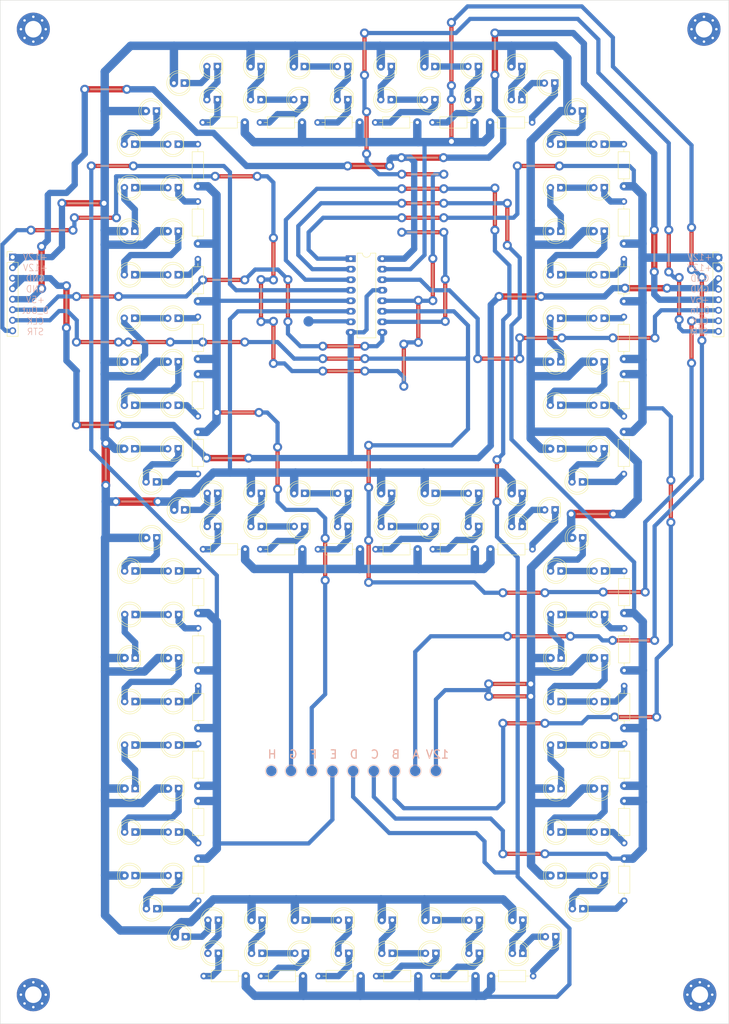
<source format=kicad_pcb>
(kicad_pcb (version 20211014) (generator pcbnew)
  (layers (0 "F.Cu" signal) (31 "B.Cu" signal) (34 "B.Paste" user) (35 "F.Paste" user) (36 "B.SilkS" user "B.Silkscreen") (37 "F.SilkS" user "F.Silkscreen") (38 "B.Mask" user) (39 "F.Mask" user) (44 "Edge.Cuts" user))
  (net 0 "")
  (footprint "LED_THT:LED_D5.0mm" (layer "F.Cu") (at 526.515 162.25 180)
    (fp_text reference "REF**" hide)
    (fp_text value "LED_D5.0mm" hide)
  )
  (footprint "LED_THT:LED_D5.0mm" (layer "F.Cu") (at 464.555 141 180)
    (fp_text reference "REF**" hide)
    (fp_text value "LED_D5.0mm" hide)
  )
  (footprint "MountingHole:MountingHole_4mm_Pad_Via" (layer "F.Cu") (at 399 21)
    (fp_text reference "REF**" hide)
    (fp_text value "MountingHole_4mm_Pad_Via" hide)
  )
  (footprint "LED_THT:LED_D5.0mm" (layer "F.Cu") (at 526.485 225.25 180)
    (fp_text reference "REF**" hide)
    (fp_text value "LED_D5.0mm" hide)
  )
  (footprint "LED_THT:LED_D5.0mm" (layer "F.Cu") (at 423.605 172.75 180)
    (fp_text reference "REF**" hide)
    (fp_text value "LED_D5.0mm" hide)
  )
  (footprint "LED_THT:LED_D5.0mm" (layer "F.Cu") (at 435.58 137 180)
    (fp_text reference "REF**" hide)
    (fp_text value "LED_D5.0mm" hide)
  )
  (footprint "THTJumpers:Jumper_P10.16mm_D1.2mm" (layer "F.Cu") (at 511.5 85.5)
    (fp_text reference "REF**" hide)
    (fp_text value "Jumper_P10.16mm_D1.2mm" hide)
  )
  (footprint "LED_THT:LED_D5.0mm" (layer "F.Cu") (at 454.095 133 180)
    (fp_text reference "REF**" hide)
    (fp_text value "LED_D5.0mm" hide)
  )
  (footprint "THTJumpers:Jumper_P10.16mm_D1.2mm" (layer "F.Cu") (at 488 70)
    (fp_text reference "REF**" hide)
    (fp_text value "Jumper_P10.16mm_D1.2mm" hide)
  )
  (footprint "THTJumpers:Jumper_P10.16mm_D1.2mm" (layer "F.Cu") (at 538.92 168.5)
    (fp_text reference "REF**" hide)
    (fp_text value "Jumper_P10.16mm_D1.2mm" hide)
  )
  (footprint "Resistor_THT:R_Axial_DIN0207_L6.3mm_D2.5mm_P10.16mm_Horizontal" (layer "F.Cu") (at 541.645 76.5 -90)
    (fp_text reference "REF**" hide)
    (fp_text value "R_Axial_DIN0207_L6.3mm_D2.5mm_P10.16mm_Horizontal" hide)
  )
  (footprint "LED_THT:LED_D5.0mm" (layer "F.Cu") (at 525.055 137 180)
    (fp_text reference "REF**" hide)
    (fp_text value "LED_D5.0mm" hide)
  )
  (footprint "Resistor_THT:R_Axial_DIN0207_L6.3mm_D2.5mm_P10.16mm_Horizontal" (layer "F.Cu") (at 481.67 146.5)
    (fp_text reference "REF**" hide)
    (fp_text value "R_Axial_DIN0207_L6.3mm_D2.5mm_P10.16mm_Horizontal" hide)
  )
  (footprint "Resistor_THT:R_Axial_DIN0207_L6.3mm_D2.5mm_P10.16mm_Horizontal" (layer "F.Cu") (at 467.67 43.5)
    (fp_text reference "REF**" hide)
    (fp_text value "R_Axial_DIN0207_L6.3mm_D2.5mm_P10.16mm_Horizontal" hide)
  )
  (footprint "LED_THT:LED_D5.0mm" (layer "F.Cu") (at 496.2575 236.0075 180)
    (fp_text reference "REF**" hide)
    (fp_text value "LED_D5.0mm" hide)
  )
  (footprint "Resistor_THT:R_Axial_DIN0207_L6.3mm_D2.5mm_P10.16mm_Horizontal" (layer "F.Cu") (at 541.725 179.5 -90)
    (fp_text reference "REF**" hide)
    (fp_text value "R_Axial_DIN0207_L6.3mm_D2.5mm_P10.16mm_Horizontal" hide)
  )
  (footprint "Resistor_THT:R_Axial_DIN0207_L6.3mm_D2.5mm_P10.16mm_Horizontal" (layer "F.Cu") (at 440.1625 249.5075)
    (fp_text reference "REF**" hide)
    (fp_text value "R_Axial_DIN0207_L6.3mm_D2.5mm_P10.16mm_Horizontal" hide)
  )
  (footprint "Resistor_THT:R_Axial_DIN0207_L6.3mm_D2.5mm_P10.16mm_Horizontal" (layer "F.Cu") (at 438.75 48.75 -90)
    (fp_text reference "REF**" hide)
    (fp_text value "R_Axial_DIN0207_L6.3mm_D2.5mm_P10.16mm_Horizontal" hide)
  )
  (footprint "LED_THT:LED_D5.0mm" (layer "F.Cu") (at 423.525 101.25 180)
    (fp_text reference "REF**" hide)
    (fp_text value "LED_D5.0mm" hide)
  )
  (footprint "LED_THT:LED_D5.0mm" (layer "F.Cu") (at 434.105 151.75 180)
    (fp_text reference "REF**" hide)
    (fp_text value "LED_D5.0mm" hide)
  )
  (footprint "MountingHole:MountingHole_4mm_Pad_Via" (layer "F.Cu") (at 561 21)
    (fp_text reference "REF**" hide)
    (fp_text value "MountingHole_4mm_Pad_Via" hide)
  )
  (footprint "THTJumpers:Jumper_P10.16mm_D1.2mm" (layer "F.Cu") (at 418.92 135)
    (fp_text reference "REF**" hide)
    (fp_text value "Jumper_P10.16mm_D1.2mm" hide)
  )
  (footprint "Resistor_THT:R_Axial_DIN0207_L6.3mm_D2.5mm_P10.16mm_Horizontal" (layer "F.Cu") (at 438.83 165.58 -90)
    (fp_text reference "REF**" hide)
    (fp_text value "R_Axial_DIN0207_L6.3mm_D2.5mm_P10.16mm_Horizontal" hide)
  )
  (footprint "Resistor_THT:R_Axial_DIN0207_L6.3mm_D2.5mm_P10.16mm_Horizontal" (layer "F.Cu") (at 509.34 43.5)
    (fp_text reference "REF**" hide)
    (fp_text value "R_Axial_DIN0207_L6.3mm_D2.5mm_P10.16mm_Horizontal" hide)
  )
  (footprint "THTJumpers:Jumper_P15.24mm_D1.2mm" (layer "F.Cu") (at 513.5 167.5)
    (fp_text reference "REF**" hide)
    (fp_text value "Jumper_P15.24mm_D1.2mm" hide)
  )
  (footprint "THTJumpers:Jumper_P10.16mm_D1.2mm" (layer "F.Cu") (at 408.92 66.5)
    (fp_text reference "REF**" hide)
    (fp_text value "Jumper_P10.16mm_D1.2mm" hide)
  )
  (footprint "Resistor_THT:R_Axial_DIN0207_L6.3mm_D2.5mm_P10.16mm_Horizontal" (layer "F.Cu") (at 453.83 146.5)
    (fp_text reference "REF**" hide)
    (fp_text value "R_Axial_DIN0207_L6.3mm_D2.5mm_P10.16mm_Horizontal" hide)
  )
  (footprint "LED_THT:LED_D5.0mm" (layer "F.Cu") (at 485.555 133 180)
    (fp_text reference "REF**" hide)
    (fp_text value "LED_D5.0mm" hide)
  )
  (footprint "LED_THT:LED_D5.0mm" (layer "F.Cu") (at 423.525 80.25 180)
    (fp_text reference "REF**" hide)
    (fp_text value "LED_D5.0mm" hide)
  )
  (footprint "LED_THT:LED_D5.0mm" (layer "F.Cu") (at 423.605 204.25 180)
    (fp_text reference "REF**" hide)
    (fp_text value "LED_D5.0mm" hide)
  )
  (footprint "LED_THT:LED_D5.0mm" (layer "F.Cu") (at 526.405 90.75 180)
    (fp_text reference "REF**" hide)
    (fp_text value "LED_D5.0mm" hide)
  )
  (footprint "LED_THT:LED_D5.0mm" (layer "F.Cu") (at 454.015 30 180)
    (fp_text reference "REF**" hide)
    (fp_text value "LED_D5.0mm" hide)
  )
  (footprint "Resistor_THT:R_Axial_DIN0207_L6.3mm_D2.5mm_P10.16mm_Horizontal" (layer "F.Cu") (at 438.75 118.17 -90)
    (fp_text reference "REF**" hide)
    (fp_text value "R_Axial_DIN0207_L6.3mm_D2.5mm_P10.16mm_Horizontal" hide)
  )
  (footprint "Resistor_THT:R_Axial_DIN0207_L6.3mm_D2.5mm_P10.16mm_Horizontal" (layer "F.Cu") (at 541.725 193.42 -90)
    (fp_text reference "REF**" hide)
    (fp_text value "R_Axial_DIN0207_L6.3mm_D2.5mm_P10.16mm_Horizontal" hide)
  )
  (footprint "Connector_PinHeader_2.54mm:PinHeader_1x08_P2.54mm_Vertical" (layer "F.Cu") (at 394 76)
    (fp_text reference "REF**" hide)
    (fp_text value "PinHeader_1x08_P2.54mm_Vertical" hide)
  )
  (footprint "LED_THT:LED_D5.0mm" (layer "F.Cu") (at 434.105 204.25 180)
    (fp_text reference "REF**" hide)
    (fp_text value "LED_D5.0mm" hide)
  )
  (footprint "LED_THT:LED_D5.0mm" (layer "F.Cu") (at 506.7575 236.0075 180)
    (fp_text reference "REF**" hide)
    (fp_text value "LED_D5.0mm" hide)
  )
  (footprint "THTJumpers:Jumper_P10.16mm_D1.2mm" (layer "F.Cu") (at 510.5 69.5 90)
    (fp_text reference "REF**" hide)
    (fp_text value "Jumper_P10.16mm_D1.2mm" hide)
  )
  (footprint "LED_THT:LED_D5.0mm" (layer "F.Cu") (at 434.09 193.75 180)
    (fp_text reference "REF**" hide)
    (fp_text value "LED_D5.0mm" hide)
  )
  (footprint "LED_THT:LED_D5.0mm" (layer "F.Cu") (at 443.7175 236.0075 180)
    (fp_text reference "REF**" hide)
    (fp_text value "LED_D5.0mm" hide)
  )
  (footprint "LED_THT:LED_D5.0mm" (layer "F.Cu") (at 536.985 225.25 180)
    (fp_text reference "REF**" hide)
    (fp_text value "LED_D5.0mm" hide)
  )
  (footprint "THTJumpers:Jumper_P10.16mm_D1.2mm" (layer "F.Cu") (at 409.42 116.5)
    (fp_text reference "REF**" hide)
    (fp_text value "Jumper_P10.16mm_D1.2mm" hide)
  )
  (footprint "THTJumpers:Jumper_P10.16mm_D1.2mm" (layer "F.Cu") (at 511 135.08 90)
    (fp_text reference "REF**" hide)
    (fp_text value "Jumper_P10.16mm_D1.2mm" hide)
  )
  (footprint "THTJumpers:Jumper_P10.16mm_D1.2mm" (layer "F.Cu") (at 453.5 113.5 180)
    (fp_text reference "REF**" hide)
    (fp_text value "Jumper_P10.16mm_D1.2mm" hide)
  )
  (footprint "THTJumpers:Jumper_P10.16mm_D1.2mm" (layer "F.Cu") (at 552.5 79.58 90)
    (fp_text reference "REF**" hide)
    (fp_text value "Jumper_P10.16mm_D1.2mm" hide)
  )
  (footprint "LED_THT:LED_D5.0mm" (layer "F.Cu") (at 423.51 90.75 180)
    (fp_text reference "REF**" hide)
    (fp_text value "LED_D5.0mm" hide)
  )
  (footprint "LED_THT:LED_D5.0mm" (layer "F.Cu") (at 536.92 101.25 180)
    (fp_text reference "REF**" hide)
    (fp_text value "LED_D5.0mm" hide)
  )
  (footprint "LED_THT:LED_D5.0mm" (layer "F.Cu") (at 475.055 141 180)
    (fp_text reference "REF**" hide)
    (fp_text value "LED_D5.0mm" hide)
  )
  (footprint "LED_THT:LED_D5.0mm" (layer "F.Cu") (at 428.775 130.25 180)
    (fp_text reference "REF**" hide)
    (fp_text value "LED_D5.0mm" hide)
  )
  (footprint "LED_THT:LED_D5.0mm" (layer "F.Cu") (at 526.485 193.75 180)
    (fp_text reference "REF**" hide)
    (fp_text value "LED_D5.0mm" hide)
  )
  (footprint "THTJumpers:Jumper_P10.16mm_D1.2mm" (layer "F.Cu") (at 457 71.34 -90)
    (fp_text reference "REF**" hide)
    (fp_text value "Jumper_P10.16mm_D1.2mm" hide)
  )
  (footprint "LED_THT:LED_D5.0mm" (layer "F.Cu") (at 526.5 183.25 180)
    (fp_text reference "REF**" hide)
    (fp_text value "LED_D5.0mm" hide)
  )
  (footprint "LED_THT:LED_D5.0mm" (layer "F.Cu") (at 464.7175 236.0075 180)
    (fp_text reference "REF**" hide)
    (fp_text value "LED_D5.0mm" hide)
  )
  (footprint "THTJumpers:Jumper_P10.16mm_D1.2mm" (layer "F.Cu") (at 416.5 131.08 90)
    (fp_text reference "REF**" hide)
    (fp_text value "Jumper_P10.16mm_D1.2mm" hide)
  )
  (footprint "THTJumpers:Jumper_P10.16mm_D1.2mm" (layer "F.Cu") (at 555 91.08 90)
    (fp_text reference "REF**" hide)
    (fp_text value "Jumper_P10.16mm_D1.2mm" hide)
  )
  (footprint "THTJumpers:Jumper_P10.16mm_D1.2mm" (layer "F.Cu") (at 421.58 35.5 180)
    (fp_text reference "REF**" hide)
    (fp_text value "Jumper_P10.16mm_D1.2mm" hide)
  )
  (footprint "LED_THT:LED_D5.0mm" (layer "F.Cu") (at 434.01 90.75 180)
    (fp_text reference "REF**" hide)
    (fp_text value "LED_D5.0mm" hide)
  )
  (footprint "THTJumpers:Jumper_P10.16mm_D1.2mm" (layer "F.Cu") (at 498.16 56 180)
    (fp_text reference "REF**" hide)
    (fp_text value "Jumper_P10.16mm_D1.2mm" hide)
  )
  (footprint "LED_THT:LED_D5.0mm" (layer "F.Cu") (at 434.105 172.75 180)
    (fp_text reference "REF**" hide)
    (fp_text value "LED_D5.0mm" hide)
  )
  (footprint "LED_THT:LED_D5.0mm" (layer "F.Cu") (at 526.42 111.75 180)
    (fp_text reference "REF**" hide)
    (fp_text value "LED_D5.0mm" hide)
  )
  (footprint "LED_THT:LED_D5.0mm" (layer "F.Cu") (at 423.525 48.75 180)
    (fp_text reference "REF**" hide)
    (fp_text value "LED_D5.0mm" hide)
  )
  (footprint "THTJumpers:Jumper_P10.16mm_D1.2mm" (layer "F.Cu") (at 488 66.5)
    (fp_text reference "REF**" hide)
    (fp_text value "Jumper_P10.16mm_D1.2mm" hide)
  )
  (footprint "LED_THT:LED_D5.0mm" (layer "F.Cu") (at 423.525 69.75 180)
    (fp_text reference "REF**" hide)
    (fp_text value "LED_D5.0mm" hide)
  )
  (footprint "Resistor_THT:R_Axial_DIN0207_L6.3mm_D2.5mm_P10.16mm_Horizontal" (layer "F.Cu") (at 438.83 179.5 -90)
    (fp_text reference "REF**" hide)
    (fp_text value "R_Axial_DIN0207_L6.3mm_D2.5mm_P10.16mm_Horizontal" hide)
  )
  (footprint "THTJumpers:Jumper_P10.16mm_D1.2mm" (layer "F.Cu") (at 454 81.42 -90)
    (fp_text reference "REF**" hide)
    (fp_text value "Jumper_P10.16mm_D1.2mm" hide)
  )
  (footprint "LED_THT:LED_D5.0mm" (layer "F.Cu") (at 428.75 40.75 180)
    (fp_text reference "REF**" hide)
    (fp_text value "LED_D5.0mm" hide)
  )
  (footprint "Resistor_THT:R_Axial_DIN0207_L6.3mm_D2.5mm_P10.16mm_Horizontal" (layer "F.Cu") (at 439.92 43.5)
    (fp_text reference "REF**" hide)
    (fp_text value "R_Axial_DIN0207_L6.3mm_D2.5mm_P10.16mm_Horizontal" hide)
  )
  (footprint "LED_THT:LED_D5.0mm" (layer "F.Cu") (at 536.935 59.25 180)
    (fp_text reference "REF**" hide)
    (fp_text value "LED_D5.0mm" hide)
  )
  (footprint "THTJumpers:Jumper_P10.16mm_D1.2mm" (layer "F.Cu") (at 468.92 103.5)
    (fp_text reference "REF**" hide)
    (fp_text value "Jumper_P10.16mm_D1.2mm" hide)
  )
  (footprint "Resistor_THT:R_Axial_DIN0207_L6.3mm_D2.5mm_P10.16mm_Horizontal" (layer "F.Cu") (at 541.645 62.58 -90)
    (fp_text reference "REF**" hide)
    (fp_text value "R_Axial_DIN0207_L6.3mm_D2.5mm_P10.16mm_Horizontal" hide)
  )
  (footprint "THTJumpers:Jumper_P10.16mm_D1.2mm" (layer "F.Cu") (at 510.5 32.08 90)
    (fp_text reference "REF**" hide)
    (fp_text value "Jumper_P10.16mm_D1.2mm" hide)
  )
  (footprint "THTJumpers:Jumper_P10.16mm_D1.2mm" (layer "F.Cu") (at 480 154.5 90)
    (fp_text reference "REF**" hide)
    (fp_text value "Jumper_P10.16mm_D1.2mm" hide)
  )
  (footprint "LED_THT:LED_D5.0mm" (layer "F.Cu") (at 443.555 141 180)
    (fp_text reference "REF**" hide)
    (fp_text value "LED_D5.0mm" hide)
  )
  (footprint "LED_THT:LED_D5.0mm" (layer "F.Cu") (at 496.015 38 180)
    (fp_text reference "REF**" hide)
    (fp_text value "LED_D5.0mm" hide)
  )
  (footprint "LED_THT:LED_D5.0mm" (layer "F.Cu") (at 531.67 130.25 180)
    (fp_text reference "REF**" hide)
    (fp_text value "LED_D5.0mm" hide)
  )
  (footprint "Resistor_THT:R_Axial_DIN0207_L6.3mm_D2.5mm_P10.16mm_Horizontal" (layer "F.Cu") (at 438.75 90.42 -90)
    (fp_text reference "REF**" hide)
    (fp_text value "R_Axial_DIN0207_L6.3mm_D2.5mm_P10.16mm_Horizontal" hide)
  )
  (footprint "LED_THT:LED_D5.0mm" (layer "F.Cu") (at 517.095 133 180)
    (fp_text reference "REF**" hide)
    (fp_text value "LED_D5.0mm" hide)
  )
  (footprint "LED_THT:LED_D5.0mm" (layer "F.Cu") (at 443.555 133 180)
    (fp_text reference "REF**" hide)
    (fp_text value "LED_D5.0mm" hide)
  )
  (footprint "Resistor_THT:R_Axial_DIN0207_L6.3mm_D2.5mm_P10.16mm_Horizontal" (layer "F.Cu") (at 467.9125 249.5075)
    (fp_text reference "REF**" hide)
    (fp_text value "R_Axial_DIN0207_L6.3mm_D2.5mm_P10.16mm_Horizontal" hide)
  )
  (footprint "LED_THT:LED_D5.0mm" (layer "F.Cu") (at 526.5 204.25 180)
    (fp_text reference "REF**" hide)
    (fp_text value "LED_D5.0mm" hide)
  )
  (footprint "LED_THT:LED_D5.0mm" (layer "F.Cu") (at 434.025 111.75 180)
    (fp_text reference "REF**" hide)
    (fp_text value "LED_D5.0mm" hide)
  )
  (footprint "LED_THT:LED_D5.0mm" (layer "F.Cu") (at 434.09 225.25 180)
    (fp_text reference "REF**" hide)
    (fp_text value "LED_D5.0mm" hide)
  )
  (footprint "LED_THT:LED_D5.0mm" (layer "F.Cu") (at 475.2175 244.0075 180)
    (fp_text reference "REF**" hide)
    (fp_text value "LED_D5.0mm" hide)
  )
  (footprint "LED_THT:LED_D5.0mm" (layer "F.Cu") (at 537 183.25 180)
    (fp_text reference "REF**" hide)
    (fp_text value "LED_D5.0mm" hide)
  )
  (footprint "LED_THT:LED_D5.0mm" (layer "F.Cu") (at 423.51 122.25 180)
    (fp_text reference "REF**" hide)
    (fp_text value "LED_D5.0mm" hide)
  )
  (footprint "LED_THT:LED_D5.0mm" (layer "F.Cu") (at 526.42 80.25 180)
    (fp_text reference "REF**" hide)
    (fp_text value "LED_D5.0mm" hide)
  )
  (footprint "THTJumpers:Jumper_P10.16mm_D1.2mm" (layer "F.Cu") (at 553 140 90)
    (fp_text reference "REF**" hide)
    (fp_text value "Jumper_P10.16mm_D1.2mm" hide)
  )
  (footprint "LED_THT:LED_D5.0mm" (layer "F.Cu") (at 434.105 214.75 180)
    (fp_text reference "REF**" hide)
    (fp_text value "LED_D5.0mm" hide)
  )
  (footprint "THTJumpers:Jumper_P10.16mm_D1.2mm" (layer "F.Cu") (at 458 132 90)
    (fp_text reference "REF**" hide)
    (fp_text value "Jumper_P10.16mm_D1.2mm" hide)
  )
  (footprint "LED_THT:LED_D5.0mm" (layer "F.Cu") (at 526.42 101.25 180)
    (fp_text reference "REF**" hide)
    (fp_text value "LED_D5.0mm" hide)
  )
  (footprint "THTJumpers:Jumper_P10.16mm_D1.2mm" (layer "F.Cu") (at 492 86.42 -90)
    (fp_text reference "REF**" hide)
    (fp_text value "Jumper_P10.16mm_D1.2mm" hide)
  )
  (footprint "LED_THT:LED_D5.0mm" (layer "F.Cu") (at 423.54 59.25 180)
    (fp_text reference "REF**" hide)
    (fp_text value "LED_D5.0mm" hide)
  )
  (footprint "LED_THT:LED_D5.0mm" (layer "F.Cu") (at 475.2175 236.0075 180)
    (fp_text reference "REF**" hide)
    (fp_text value "LED_D5.0mm" hide)
  )
  (footprint "LED_THT:LED_D5.0mm" (layer "F.Cu") (at 526.5 214.75 180)
    (fp_text reference "REF**" hide)
    (fp_text value "LED_D5.0mm" hide)
  )
  (footprint "THTJumpers:Jumper_P10.16mm_D1.2mm" (layer "F.Cu") (at 460.5 91.58 90)
    (fp_text reference "REF**" hide)
    (fp_text value "Jumper_P10.16mm_D1.2mm" hide)
  )
  (footprint "LED_THT:LED_D5.0mm" (layer "F.Cu") (at 434.01 122.25 180)
    (fp_text reference "REF**" hide)
    (fp_text value "LED_D5.0mm" hide)
  )
  (footprint "Resistor_THT:R_Axial_DIN0207_L6.3mm_D2.5mm_P10.16mm_Horizontal" (layer "F.Cu") (at 438.75 104.25 -90)
    (fp_text reference "REF**" hide)
    (fp_text value "R_Axial_DIN0207_L6.3mm_D2.5mm_P10.16mm_Horizontal" hide)
  )
  (footprint "Resistor_THT:R_Axial_DIN0207_L6.3mm_D2.5mm_P10.16mm_Horizontal" (layer "F.Cu") (at 495.5 146.5)
    (fp_text reference "REF**" hide)
    (fp_text value "R_Axial_DIN0207_L6.3mm_D2.5mm_P10.16mm_Horizontal" hide)
  )
  (footprint "THTJumpers:Jumper_P10.16mm_D1.2mm" (layer "F.Cu") (at 512.42 220)
    (fp_text reference "REF**" hide)
    (fp_text value "Jumper_P10.16mm_D1.2mm" hide)
  )
  (footprint "MountingHole:MountingHole_4mm_Pad_Via" (layer "F.Cu") (at 399 254)
    (fp_text reference "REF**" hide)
    (fp_text value "MountingHole_4mm_Pad_Via" hide)
  )
  (footprint "LED_THT:LED_D5.0mm" (layer "F.Cu") (at 428.855 233.25 180)
    (fp_text reference "REF**" hide)
    (fp_text value "LED_D5.0mm" hide)
  )
  (footprint "LED_THT:LED_D5.0mm" (layer "F.Cu") (at 443.7175 244.0075 180)
    (fp_text reference "REF**" hide)
    (fp_text value "LED_D5.0mm" hide)
  )
  (footprint "LED_THT:LED_D5.0mm" (layer "F.Cu") (at 423.59 193.75 180)
    (fp_text reference "REF**" hide)
    (fp_text value "LED_D5.0mm" hide)
  )
  (footprint "Connector_PinHeader_2.54mm:PinHeader_1x08_P2.54mm_Vertical" (layer "F.Cu") (at 564.5 76.125)
    (fp_text reference "REF**" hide)
    (fp_text value "PinHeader_1x08_P2.54mm_Vertical" hide)
  )
  (footprint "THTJumpers:Jumper_P10.16mm_D1.2mm" (layer "F.Cu") (at 488 63)
    (fp_text reference "REF**" hide)
    (fp_text value "Jumper_P10.16mm_D1.2mm" hide)
  )
  (footprint "Resistor_THT:R_Axial_DIN0207_L6.3mm_D2.5mm_P10.16mm_Horizontal" (layer "F.Cu") (at 481.59 43.5)
    (fp_text reference "REF**" hide)
    (fp_text value "R_Axial_DIN0207_L6.3mm_D2.5mm_P10.16mm_Horizontal" hide)
  )
  (footprint "THTJumpers:Jumper_P10.16mm_D1.2mm" (layer "F.Cu") (at 558 101.58 90)
    (fp_text reference "REF**" hide)
    (fp_text value "Jumper_P10.16mm_D1.2mm" hide)
  )
  (footprint "THTJumpers:Jumper_P10.16mm_D1.2mm" (layer "F.Cu") (at 401 83.58 90)
    (fp_text reference "REF**" hide)
    (fp_text value "Jumper_P10.16mm_D1.2mm" hide)
  )
  (footprint "LED_THT:LED_D5.0mm" (layer "F.Cu") (at 423.605 151.75 180)
    (fp_text reference "REF**" hide)
    (fp_text value "LED_D5.0mm" hide)
  )
  (footprint "THTJumpers:Jumper_P10.16mm_D1.2mm" (layer "F.Cu") (at 469.5 154 90)
    (fp_text reference "REF**" hide)
    (fp_text value "Jumper_P10.16mm_D1.2mm" hide)
  )
  (footprint "THTJumpers:Jumper_P10.16mm_D1.2mm" (layer "F.Cu") (at 485.08 54 180)
    (fp_text reference "REF**" hide)
    (fp_text value "Jumper_P10.16mm_D1.2mm" hide)
  )
  (footprint "LED_THT:LED_D5.0mm" (layer "F.Cu") (at 526.42 69.75 180)
    (fp_text reference "REF**" hide)
    (fp_text value "LED_D5.0mm" hide)
  )
  (footprint "LED_THT:LED_D5.0mm" (layer "F.Cu") (at 496.095 133 180)
    (fp_text reference "REF**" hide)
    (fp_text value "LED_D5.0mm" hide)
  )
  (footprint "LED_THT:LED_D5.0mm" (layer "F.Cu") (at 423.62 162.25 180)
    (fp_text reference "REF**" hide)
    (fp_text value "LED_D5.0mm" hide)
  )
  (footprint "LED_THT:LED_D5.0mm" (layer "F.Cu") (at 496.015 30 180)
    (fp_text reference "REF**" hide)
    (fp_text value "LED_D5.0mm" hide)
  )
  (footprint "THTJumpers:Jumper_P10.16mm_D1.2mm" (layer "F.Cu") (at 500 48.08 90)
    (fp_text reference "REF**" hide)
    (fp_text value "Jumper_P10.16mm_D1.2mm" hide)
  )
  (footprint "Resistor_THT:R_Axial_DIN0207_L6.3mm_D2.5mm_P10.16mm_Horizontal" (layer "F.Cu") (at 438.83 151.75 -90)
    (fp_text reference "REF**" hide)
    (fp_text value "R_Axial_DIN0207_L6.3mm_D2.5mm_P10.16mm_Horizontal" hide)
  )
  (footprint "Resistor_THT:R_Axial_DIN0207_L6.3mm_D2.5mm_P10.16mm_Horizontal" (layer "F.Cu") (at 438.83 207.25 -90)
    (fp_text reference "REF**" hide)
    (fp_text value "R_Axial_DIN0207_L6.3mm_D2.5mm_P10.16mm_Horizontal" hide)
  )
  (footprint "LED_THT:LED_D5.0mm" (layer "F.Cu") (at 506.595 133 180)
    (fp_text reference "REF**" hide)
    (fp_text value "LED_D5.0mm" hide)
  )
  (footprint "LED_THT:LED_D5.0mm" (layer "F.Cu") (at 475.055 133 180)
    (fp_text reference "REF**" hide)
    (fp_text value "LED_D5.0mm" hide)
  )
  (footprint "THTJumpers:Jumper_P10.16mm_D1.2mm" (layer "F.Cu") (at 541.92 83.5)
    (fp_text reference "REF**" hide)
    (fp_text value "Jumper_P10.16mm_D1.2mm" hide)
  )
  (footprint "LED_THT:LED_D5.0mm" (layer "F.Cu") (at 506.595 141 180)
    (fp_text reference "REF**" hide)
    (fp_text value "LED_D5.0mm" hide)
  )
  (footprint "THTJumpers:Jumper_P10.16mm_D1.2mm" (layer "F.Cu") (at 549 79.58 90)
    (fp_text reference "REF**" hide)
    (fp_text value "Jumper_P10.16mm_D1.2mm" hide)
  )
  (footprint "Resistor_THT:R_Axial_DIN0207_L6.3mm_D2.5mm_P10.16mm_Horizontal" (layer "F.Cu") (at 438.83 221.17 -90)
    (fp_text reference "REF**" hide)
    (fp_text value "R_Axial_DIN0207_L6.3mm_D2.5mm_P10.16mm_Horizontal" hide)
  )
  (footprint "LED_THT:LED_D5.0mm" (layer "F.Cu") (at 536.92 111.75 180)
    (fp_text reference "REF**" hide)
    (fp_text value "LED_D5.0mm" hide)
  )
  (footprint "Resistor_THT:R_Axial_DIN0207_L6.3mm_D2.5mm_P10.16mm_Horizontal" (layer "F.Cu") (at 438.83 193.42 -90)
    (fp_text reference "REF**" hide)
    (fp_text value "R_Axial_DIN0207_L6.3mm_D2.5mm_P10.16mm_Horizontal" hide)
  )
  (footprint "LED_THT:LED_D5.0mm" (layer "F.Cu") (at 517.2575 236.0075 180)
    (fp_text reference "REF**" hide)
    (fp_text value "LED_D5.0mm" hide)
  )
  (footprint "LED_THT:LED_D5.0mm" (layer "F.Cu") (at 517.015 38 180)
    (fp_text reference "REF**" hide)
    (fp_text value "LED_D5.0mm" hide)
  )
  (footprint "LED_THT:LED_D5.0mm" (layer "F.Cu") (at 496.2575 244.0075 180)
    (fp_text reference "REF**" hide)
    (fp_text value "LED_D5.0mm" hide)
  )
  (footprint "THTJumpers:Jumper_P10.16mm_D1.2mm" (layer "F.Cu") (at 442.92 56.5)
    (fp_text reference "REF**" hide)
    (fp_text value "Jumper_P10.16mm_D1.2mm" hide)
  )
  (footprint "Resistor_THT:R_Axial_DIN0207_L6.3mm_D2.5mm_P10.16mm_Horizontal" (layer "F.Cu") (at 541.645 90.42 -90)
    (fp_text reference "REF**" hide)
    (fp_text value "R_Axial_DIN0207_L6.3mm_D2.5mm_P10.16mm_Horizontal" hide)
  )
  (footprint "LED_THT:LED_D5.0mm" (layer "F.Cu") (at 531.725 143.75 180)
    (fp_text reference "REF**" hide)
    (fp_text value "LED_D5.0mm" hide)
  )
  (footprint "Resistor_THT:R_Axial_DIN0207_L6.3mm_D2.5mm_P10.16mm_Horizontal" (layer "F.Cu") (at 453.75 43.5)
    (fp_text reference "REF**" hide)
    (fp_text value "R_Axial_DIN0207_L6.3mm_D2.5mm_P10.16mm_Horizontal" hide)
  )
  (footprint "THTJumpers:Jumper_P10.16mm_D1.2mm" (layer "F.Cu") (at 398.42 69.5)
    (fp_text reference "REF**" hide)
    (fp_text value "Jumper_P10.16mm_D1.2mm" hide)
  )
  (footprint "Resistor_THT:R_Axial_DIN0207_L6.3mm_D2.5mm_P10.16mm_Horizontal" (layer "F.Cu") (at 541.725 151.75 -90)
    (fp_text reference "REF**" hide)
    (fp_text value "R_Axial_DIN0207_L6.3mm_D2.5mm_P10.16mm_Horizontal" hide)
  )
  (footprint "THTJumpers:Jumper_P10.16mm_D1.2mm" (layer "F.Cu") (at 516.5 95.5)
    (fp_text reference "REF**" hide)
    (fp_text value "Jumper_P10.16mm_D1.2mm" hide)
  )
  (footprint "THTJumpers:Jumper_P10.16mm_D1.2mm" (layer "F.Cu") (at 479.08 100.5 180)
    (fp_text reference "REF**" hide)
    (fp_text value "Jumper_P10.16mm_D1.2mm" hide)
  )
  (footprint "LED_THT:LED_D5.0mm" (layer "F.Cu") (at 423.605 214.75 180)
    (fp_text reference "REF**" hide)
    (fp_text value "LED_D5.0mm" hide)
  )
  (footprint "LED_THT:LED_D5.0mm" (layer "F.Cu") (at 506.7575 244.0075 180)
    (fp_text reference "REF**" hide)
    (fp_text value "LED_D5.0mm" hide)
  )
  (footprint "Resistor_THT:R_Axial_DIN0207_L6.3mm_D2.5mm_P10.16mm_Horizontal" (layer "F.Cu") (at 541.725 221.17 -90)
    (fp_text reference "REF**" hide)
    (fp_text value "R_Axial_DIN0207_L6.3mm_D2.5mm_P10.16mm_Horizontal" hide)
  )
  (footprint "THTJumpers:Jumper_P10.16mm_D1.2mm" (layer "F.Cu") (at 498.08 52 180)
    (fp_text reference "REF**" hide)
    (fp_text value "Jumper_P10.16mm_D1.2mm" hide)
  )
  (footprint "LED_THT:LED_D5.0mm" (layer "F.Cu") (at 537.015 162.25 180)
    (fp_text reference "REF**" hide)
    (fp_text value "LED_D5.0mm" hide)
  )
  (footprint "Resistor_THT:R_Axial_DIN0207_L6.3mm_D2.5mm_P10.16mm_Horizontal" (layer "F.Cu") (at 509.42 146.5)
    (fp_text reference "REF**" hide)
    (fp_text value "R_Axial_DIN0207_L6.3mm_D2.5mm_P10.16mm_Horizontal" hide)
  )
  (footprint "LED_THT:LED_D5.0mm" (layer "F.Cu") (at 464.475 38 180)
    (fp_text reference "REF**" hide)
    (fp_text value "LED_D5.0mm" hide)
  )
  (footprint "LED_THT:LED_D5.0mm" (layer "F.Cu") (at 454.2575 236.0075 180)
    (fp_text reference "REF**" hide)
    (fp_text value "LED_D5.0mm" hide)
  )
  (footprint "LED_THT:LED_D5.0mm" (layer "F.Cu") (at 434.025 80.25 180)
    (fp_text reference "REF**" hide)
    (fp_text value "LED_D5.0mm" hide)
  )
  (footprint "LED_THT:LED_D5.0mm" (layer "F.Cu") (at 434.025 69.75 180)
    (fp_text reference "REF**" hide)
    (fp_text value "LED_D5.0mm" hide)
  )
  (footprint "THTJumpers:Jumper_P10.16mm_D1.2mm" (layer "F.Cu") (at 440.84 124.5)
    (fp_text reference "REF**" hide)
    (fp_text value "Jumper_P10.16mm_D1.2mm" hide)
  )
  (footprint "THTJumpers:Jumper_P10.16mm_D1.2mm" (layer "F.Cu") (at 509 182)
    (fp_text reference "REF**" hide)
    (fp_text value "Jumper_P10.16mm_D1.2mm" hide)
  )
  (footprint "THTJumpers:Jumper_P10.16mm_D1.2mm" (layer "F.Cu") (at 480 131.58 90)
    (fp_text reference "REF**" hide)
    (fp_text value "Jumper_P10.16mm_D1.2mm" hide)
  )
  (footprint "THTJumpers:Jumper_P10.16mm_D1.2mm" (layer "F.Cu") (at 528.92 138)
    (fp_text reference "REF**" hide)
    (fp_text value "Jumper_P10.16mm_D1.2mm" hide)
  )
  (footprint "LED_THT:LED_D5.0mm" (layer "F.Cu") (at 525.2175 240.0075 180)
    (fp_text reference "REF**" hide)
    (fp_text value "LED_D5.0mm" hide)
  )
  (footprint "Package_DIP:DIP-16_W7.62mm_LongPads" (layer "F.Cu") (at 475.675 76.375)
    (fp_text reference "REF**" hide)
    (fp_text value "DIP-16_W7.62mm_LongPads" hide)
  )
  (footprint "Resistor_THT:R_Axial_DIN0207_L6.3mm_D2.5mm_P10.16mm_Horizontal" (layer "F.Cu") (at 453.9925 249.5075)
    (fp_text reference "REF**" hide)
    (fp_text value "R_Axial_DIN0207_L6.3mm_D2.5mm_P10.16mm_Horizontal" hide)
  )
  (footprint "LED_THT:LED_D5.0mm" (layer "F.Cu") (at 506.515 30 180)
    (fp_text reference "REF**" hide)
    (fp_text value "LED_D5.0mm" hide)
  )
  (footprint "LED_THT:LED_D5.0mm" (layer "F.Cu") (at 485.475 30 180)
    (fp_text reference "REF**" hide)
    (fp_text value "LED_D5.0mm" hide)
  )
  (footprint "Resistor_THT:R_Axial_DIN0207_L6.3mm_D2.5mm_P10.16mm_Horizontal" (layer "F.Cu") (at 541.645 48.75 -90)
    (fp_text reference "REF**" hide)
    (fp_text value "R_Axial_DIN0207_L6.3mm_D2.5mm_P10.16mm_Horizontal" hide)
  )
  (footprint "LED_THT:LED_D5.0mm" (layer "F.Cu") (at 474.975 38 180)
    (fp_text reference "REF**" hide)
    (fp_text value "LED_D5.0mm" hide)
  )
  (footprint "LED_THT:LED_D5.0mm" (layer "F.Cu") (at 464.555 133 180)
    (fp_text reference "REF**" hide)
    (fp_text value "LED_D5.0mm" hide)
  )
  (footprint "LED_THT:LED_D5.0mm" (layer "F.Cu") (at 524.975 34 180)
    (fp_text reference "REF**" hide)
    (fp_text value "LED_D5.0mm" hide)
  )
  (footprint "Resistor_THT:R_Axial_DIN0207_L6.3mm_D2.5mm_P10.16mm_Horizontal" (layer "F.Cu") (at 541.645 118.17 -90)
    (fp_text reference "REF**" hide)
    (fp_text value "R_Axial_DIN0207_L6.3mm_D2.5mm_P10.16mm_Horizontal" hide)
  )
  (footprint "LED_THT:LED_D5.0mm" (layer "F.Cu") (at 536.92 48.75 180)
    (fp_text reference "REF**" hide)
    (fp_text value "LED_D5.0mm" hide)
  )
  (footprint "LED_THT:LED_D5.0mm" (layer "F.Cu") (at 526.42 48.75 180)
    (fp_text reference "REF**" hide)
    (fp_text value "LED_D5.0mm" hide)
  )
  (footprint "LED_THT:LED_D5.0mm" (layer "F.Cu") (at 434.025 101.25 180)
    (fp_text reference "REF**" hide)
    (fp_text value "LED_D5.0mm" hide)
  )
  (footprint "LED_THT:LED_D5.0mm" (layer "F.Cu") (at 496.095 141 180)
    (fp_text reference "REF**" hide)
    (fp_text value "LED_D5.0mm" hide)
  )
  (footprint "THTJumpers:Jumper_P15.24mm_D1.2mm" (layer "F.Cu") (at 500 34.62 90)
    (fp_text reference "REF**" hide)
    (fp_text value "Jumper_P15.24mm_D1.2mm" hide)
  )
  (footprint "LED_THT:LED_D5.0mm" (layer "F.Cu") (at 464.475 30 180)
    (fp_text reference "REF**" hide)
    (fp_text value "LED_D5.0mm" hide)
  )
  (footprint "THTJumpers:Jumper_P10.16mm_D1.2mm" (layer "F.Cu") (at 515.92 54)
    (fp_text reference "REF**" hide)
    (fp_text value "Jumper_P10.16mm_D1.2mm" hide)
  )
  (footprint "THTJumpers:Jumper_P10.16mm_D1.2mm" (layer "F.Cu") (at 450.08 96.5 180)
    (fp_text reference "REF**" hide)
    (fp_text value "Jumper_P10.16mm_D1.2mm" hide)
  )
  (footprint "THTJumpers:Jumper_P10.16mm_D1.2mm" (layer "F.Cu") (at 558 79 90)
    (fp_text reference "REF**" hide)
    (fp_text value "Jumper_P10.16mm_D1.2mm" hide)
  )
  (footprint "Resistor_THT:R_Axial_DIN0207_L6.3mm_D2.5mm_P10.16mm_Horizontal" (layer "F.Cu") (at 509.5825 249.5075)
    (fp_text reference "REF**" hide)
    (fp_text value "R_Axial_DIN0207_L6.3mm_D2.5mm_P10.16mm_Horizontal" hide)
  )
  (footprint "THTJumpers:Jumper_P10.16mm_D1.2mm" (layer "F.Cu") (at 488.5 97 -90)
    (fp_text reference "REF**" hide)
    (fp_text value "Jumper_P10.16mm_D1.2mm" hide)
  )
  (footprint "Resistor_THT:R_Axial_DIN0207_L6.3mm_D2.5mm_P10.16mm_Horizontal" (layer "F.Cu") (at 541.725 207.25 -90)
    (fp_text reference "REF**" hide)
    (fp_text value "R_Axial_DIN0207_L6.3mm_D2.5mm_P10.16mm_Horizontal" hide)
  )
  (footprint "LED_THT:LED_D5.0mm" (layer "F.Cu") (at 434.025 48.75 180)
    (fp_text reference "REF**" hide)
    (fp_text value "LED_D5.0mm" hide)
  )
  (footprint "LED_THT:LED_D5.0mm" (layer "F.Cu") (at 536.985 193.75 180)
    (fp_text reference "REF**" hide)
    (fp_text value "LED_D5.0mm" hide)
  )
  (footprint "THTJumpers:Jumper_P10.16mm_D1.2mm" (layer "F.Cu") (at 513.5 73.16 90)
    (fp_text reference "REF**" hide)
    (fp_text value "Jumper_P10.16mm_D1.2mm" hide)
  )
  (footprint "Resistor_THT:R_Axial_DIN0207_L6.3mm_D2.5mm_P10.16mm_Horizontal" (layer "F.Cu") (at 440 146.5)
    (fp_text reference "REF**" hide)
    (fp_text value "R_Axial_DIN0207_L6.3mm_D2.5mm_P10.16mm_Horizontal" hide)
  )
  (footprint "LED_THT:LED_D5.0mm" (layer "F.Cu") (at 423.525 111.75 180)
    (fp_text reference "REF**" hide)
    (fp_text value "LED_D5.0mm" hide)
  )
  (footprint "Resistor_THT:R_Axial_DIN0207_L6.3mm_D2.5mm_P10.16mm_Horizontal" (layer "F.Cu") (at 467.75 146.5)
    (fp_text reference "REF**" hide)
    (fp_text value "R_Axial_DIN0207_L6.3mm_D2.5mm_P10.16mm_Horizontal" hide)
  )
  (footprint "THTJumpers:Jumper_P10.16mm_D1.2mm" (layer "F.Cu") (at 432.08 96.5 180)
    (fp_text reference "REF**" hide)
    (fp_text value "Jumper_P10.16mm_D1.2mm" hide)
  )
  (footprint "LED_THT:LED_D5.0mm" (layer "F.Cu") (at 454.095 141 180)
    (fp_text reference "REF**" hide)
    (fp_text value "LED_D5.0mm" hide)
  )
  (footprint "LED_THT:LED_D5.0mm" (layer "F.Cu") (at 485.7175 236.0075 180)
    (fp_text reference "REF**" hide)
    (fp_text value "LED_D5.0mm" hide)
  )
  (footprint "LED_THT:LED_D5.0mm" (layer "F.Cu") (at 531.645 40.75 180)
    (fp_text reference "REF**" hide)
    (fp_text value "LED_D5.0mm" hide)
  )
  (footprint "LED_THT:LED_D5.0mm" (layer "F.Cu") (at 536.905 122.25 180)
    (fp_text reference "REF**" hide)
    (fp_text value "LED_D5.0mm" hide)
  )
  (footprint "LED_THT:LED_D5.0mm" (layer "F.Cu") (at 517.2575 244.0075 180)
    (fp_text reference "REF**" hide)
    (fp_text value "LED_D5.0mm" hide)
  )
  (footprint "MountingHole:MountingHole_4mm_Pad_Via" (layer "F.Cu") (at 560 254)
    (fp_text reference "REF**" hide)
    (fp_text value "MountingHole_4mm_Pad_Via" hide)
  )
  (footprint "Resistor_THT:R_Axial_DIN0207_L6.3mm_D2.5mm_P10.16mm_Horizontal" (layer "F.Cu") (at 541.725 165.58 -90)
    (fp_text reference "REF**" hide)
    (fp_text value "R_Axial_DIN0207_L6.3mm_D2.5mm_P10.16mm_Horizontal" hide)
  )
  (footprint "LED_THT:LED_D5.0mm" (layer "F.Cu") (at 537 172.75 180)
    (fp_text reference "REF**" hide)
    (fp_text value "LED_D5.0mm" hide)
  )
  (footprint "LED_THT:LED_D5.0mm" (layer "F.Cu") (at 423.59 225.25 180)
    (fp_text reference "REF**" hide)
    (fp_text value "LED_D5.0mm" hide)
  )
  (footprint "LED_THT:LED_D5.0mm" (layer "F.Cu") (at 464.7175 244.0075 180)
    (fp_text reference "REF**" hide)
    (fp_text value "LED_D5.0mm" hide)
  )
  (footprint "LED_THT:LED_D5.0mm" (layer "F.Cu") (at 434.12 162.25 180)
    (fp_text reference "REF**" hide)
    (fp_text value "LED_D5.0mm" hide)
  )
  (footprint "THTJumpers:Jumper_P10.16mm_D1.2mm" (layer "F.Cu") (at 479.5 51.08 90)
    (fp_text reference "REF**" hide)
    (fp_text value "Jumper_P10.16mm_D1.2mm" hide)
  )
  (footprint "LED_THT:LED_D5.0mm" (layer "F.Cu") (at 536.92 69.75 180)
    (fp_text reference "REF**" hide)
    (fp_text value "LED_D5.0mm" hide)
  )
  (footprint "LED_THT:LED_D5.0mm" (layer "F.Cu") (at 454.2575 244.0075 180)
    (fp_text reference "REF**" hide)
    (fp_text value "LED_D5.0mm" hide)
  )
  (footprint "Resistor_THT:R_Axial_DIN0207_L6.3mm_D2.5mm_P10.16mm_Horizontal" (layer "F.Cu") (at 495.6625 249.5075)
    (fp_text reference "REF**" hide)
    (fp_text value "R_Axial_DIN0207_L6.3mm_D2.5mm_P10.16mm_Horizontal" hide)
  )
  (footprint "LED_THT:LED_D5.0mm" (layer "F.Cu") (at 485.555 141 180)
    (fp_text reference "REF**" hide)
    (fp_text value "LED_D5.0mm" hide)
  )
  (footprint "LED_THT:LED_D5.0mm" (layer "F.Cu") (at 443.475 30 180)
    (fp_text reference "REF**" hide)
    (fp_text value "LED_D5.0mm" hide)
  )
  (footprint "THTJumpers:Jumper_P10.16mm_D1.2mm" (layer "F.Cu") (at 468.92 97.5)
    (fp_text reference "REF**" hide)
    (fp_text value "Jumper_P10.16mm_D1.2mm" hide)
  )
  (footprint "THTJumpers:Jumper_P10.16mm_D1.2mm" (layer "F.Cu") (at 512.42 157)
    (fp_text reference "REF**" hide)
    (fp_text value "Jumper_P10.16mm_D1.2mm" hide)
  )
  (footprint "LED_THT:LED_D5.0mm" (layer "F.Cu") (at 536.92 80.25 180)
    (fp_text reference "REF**" hide)
    (fp_text value "LED_D5.0mm" hide)
  )
  (footprint "LED_THT:LED_D5.0mm" (layer "F.Cu") (at 434.105 183.25 180)
    (fp_text reference "REF**" hide)
    (fp_text value "LED_D5.0mm" hide)
  )
  (footprint "LED_THT:LED_D5.0mm" (layer "F.Cu") (at 423.605 183.25 180)
    (fp_text reference "REF**" hide)
    (fp_text value "LED_D5.0mm" hide)
  )
  (footprint "LED_THT:LED_D5.0mm" (layer "F.Cu") (at 435.5 34 180)
    (fp_text reference "REF**" hide)
    (fp_text value "LED_D5.0mm" hide)
  )
  (footprint "LED_THT:LED_D5.0mm" (layer "F.Cu") (at 485.475 38 180)
    (fp_text reference "REF**" hide)
    (fp_text value "LED_D5.0mm" hide)
  )
  (footprint "LED_THT:LED_D5.0mm" (layer "F.Cu") (at 526.405 122.25 180)
    (fp_text reference "REF**" hide)
    (fp_text value "LED_D5.0mm" hide)
  )
  (footprint "THTJumpers:Jumper_P10.16mm_D1.2mm" (layer "F.Cu") (at 539 95.5)
    (fp_text reference "REF**" hide)
    (fp_text value "Jumper_P10.16mm_D1.2mm" hide)
  )
  (footprint "LED_THT:LED_D5.0mm" (layer "F.Cu") (at 536.905 90.75 180)
    (fp_text reference "REF**" hide)
    (fp_text value "LED_D5.0mm" hide)
  )
  (footprint "LED_THT:LED_D5.0mm" (layer "F.Cu") (at 454.015 38 180)
    (fp_text reference "REF**" hide)
    (fp_text value "LED_D5.0mm" hide)
  )
  (footprint "THTJumpers:Jumper_P10.16mm_D1.2mm" (layer "F.Cu") (at 509 179)
    (fp_text reference "REF**" hide)
    (fp_text value "Jumper_P10.16mm_D1.2mm" hide)
  )
  (footprint "LED_THT:LED_D5.0mm" (layer "F.Cu") (at 517.015 30 180)
    (fp_text reference "REF**" hide)
    (fp_text value "LED_D5.0mm" hide)
  )
  (footprint "THTJumpers:Jumper_P10.16mm_D1.2mm" (layer "F.Cu") (at 413 54)
    (fp_text reference "REF**" hide)
    (fp_text value "Jumper_P10.16mm_D1.2mm" hide)
  )
  (footprint "THTJumpers:Jumper_P10.16mm_D1.2mm" (layer "F.Cu") (at 439.92 81.5)
    (fp_text reference "REF**" hide)
    (fp_text value "Jumper_P10.16mm_D1.2mm" hide)
  )
  (footprint "THTJumpers:Jumper_P10.16mm_D1.2mm" (layer "F.Cu") (at 498.5 91.5 90)
    (fp_text reference "REF**" hide)
    (fp_text value "Jumper_P10.16mm_D1.2mm" hide)
  )
  (footprint "LED_THT:LED_D5.0mm" (layer "F.Cu") (at 526.5 151.75 180)
    (fp_text reference "REF**" hide)
    (fp_text value "LED_D5.0mm" hide)
  )
  (footprint "THTJumpers:Jumper_P10.16mm_D1.2mm" (layer "F.Cu") (at 419.58 96.5 180)
    (fp_text reference "REF**" hide)
    (fp_text value "Jumper_P10.16mm_D1.2mm" hide)
  )
  (footprint "THTJumpers:Jumper_P10.16mm_D1.2mm" (layer "F.Cu") (at 539.42 187)
    (fp_text reference "REF**" hide)
    (fp_text value "Jumper_P10.16mm_D1.2mm" hide)
  )
  (footprint "LED_THT:LED_D5.0mm" (layer "F.Cu") (at 537 214.75 180)
    (fp_text reference "REF**" hide)
    (fp_text value "LED_D5.0mm" hide)
  )
  (footprint "" (layer "F.Cu") (at 465.5 91.5)
    (fp_text reference "")
    (fp_text value "")
  )
  (footprint "THTJumpers:Jumper_P10.16mm_D1.2mm" (layer "F.Cu") (at 512.42 188.5)
    (fp_text reference "REF**" hide)
    (fp_text value "Jumper_P10.16mm_D1.2mm" hide)
  )
  (footprint "Resistor_THT:R_Axial_DIN0207_L6.3mm_D2.5mm_P10.16mm_Horizontal" (layer "F.Cu") (at 438.75 76.5 -90)
    (fp_text reference "REF**" hide)
    (fp_text value "R_Axial_DIN0207_L6.3mm_D2.5mm_P10.16mm_Horizontal" hide)
  )
  (footprint "THTJumpers:Jumper_P10.16mm_D1.2mm" (layer "F.Cu") (at 536.645 156.83)
    (fp_text reference "REF**" hide)
    (fp_text value "Jumper_P10.16mm_D1.2mm" hide)
  )
  (footprint "LED_THT:LED_D5.0mm" (layer "F.Cu") (at 443.475 38 180)
    (fp_text reference "REF**" hide)
    (fp_text value "LED_D5.0mm" hide)
  )
  (footprint "THTJumpers:Jumper_P10.16mm_D1.2mm" (layer "F.Cu") (at 407 93.08 90)
    (fp_text reference "REF**" hide)
    (fp_text value "Jumper_P10.16mm_D1.2mm" hide)
  )
  (footprint "LED_THT:LED_D5.0mm" (layer "F.Cu") (at 526.435 59.25 180)
    (fp_text reference "REF**" hide)
    (fp_text value "LED_D5.0mm" hide)
  )
  (footprint "THTJumpers:Jumper_P10.16mm_D1.2mm" (layer "F.Cu") (at 479 32.08 90)
    (fp_text reference "REF**" hide)
    (fp_text value "Jumper_P10.16mm_D1.2mm" hide)
  )
  (footprint "LED_THT:LED_D5.0mm" (layer "F.Cu") (at 526.5 172.75 180)
    (fp_text reference "REF**" hide)
    (fp_text value "LED_D5.0mm" hide)
  )
  (footprint "THTJumpers:Jumper_P10.16mm_D1.2mm" (layer "F.Cu") (at 488 59.5)
    (fp_text reference "REF**" hide)
    (fp_text value "Jumper_P10.16mm_D1.2mm" hide)
  )
  (footprint "LED_THT:LED_D5.0mm" (layer "F.Cu") (at 435.7425 240.0075 180)
    (fp_text reference "REF**" hide)
    (fp_text value "LED_D5.0mm" hide)
  )
  (footprint "LED_THT:LED_D5.0mm" (layer "F.Cu") (at 506.515 38 180)
    (fp_text reference "REF**" hide)
    (fp_text value "LED_D5.0mm" hide)
  )
  (footprint "LED_THT:LED_D5.0mm" (layer "F.Cu") (at 537 151.75 180)
    (fp_text reference "REF**" hide)
    (fp_text value "LED_D5.0mm" hide)
  )
  (footprint "LED_THT:LED_D5.0mm" (layer "F.Cu") (at 434.04 59.25 180)
    (fp_text reference "REF**" hide)
    (fp_text value "LED_D5.0mm" hide)
  )
  (footprint "THTJumpers:Jumper_P10.16mm_D1.2mm" (layer "F.Cu") (at 506.34 100.5)
    (fp_text reference "REF**" hide)
    (fp_text value "Jumper_P10.16mm_D1.2mm" hide)
  )
  (footprint "THTJumpers:Jumper_P10.16mm_D1.2mm" (layer "F.Cu") (at 405.92 63)
    (fp_text reference "REF**" hide)
    (fp_text value "Jumper_P10.16mm_D1.2mm" hide)
  )
  (footprint "THTJumpers:Jumper_P10.16mm_D1.2mm" (layer "F.Cu") (at 409.42 85.5)
    (fp_text reference "REF**" hide)
    (fp_text value "Jumper_P10.16mm_D1.2mm" hide)
  )
  (footprint "LED_THT:LED_D5.0mm" (layer "F.Cu") (at 428.83 143.75 180)
    (fp_text reference "REF**" hide)
    (fp_text value "LED_D5.0mm" hide)
  )
  (footprint "LED_THT:LED_D5.0mm" (layer "F.Cu") (at 531.75 233.25 180)
    (fp_text reference "REF**" hide)
    (fp_text value "LED_D5.0mm" hide)
  )
  (footprint "THTJumpers:Jumper_P15.24mm_D1.2mm" (layer "F.Cu") (at 560.5 96.12 90)
    (fp_text reference "REF**" hide)
    (fp_text value "Jumper_P15.24mm_D1.2mm" hide)
  )
  (footprint "Resistor_THT:R_Axial_DIN0207_L6.3mm_D2.5mm_P10.16mm_Horizontal" (layer "F.Cu") (at 541.645 104.25 -90)
    (fp_text reference "REF**" hide)
    (fp_text value "R_Axial_DIN0207_L6.3mm_D2.5mm_P10.16mm_Horizontal" hide)
  )
  (footprint "THTJumpers:Jumper_P10.16mm_D1.2mm" (layer "F.Cu") (at 457 91.5 -90)
    (fp_text reference "REF**" hide)
    (fp_text value "Jumper_P10.16mm_D1.2mm" hide)
  )
  (footprint "Resistor_THT:R_Axial_DIN0207_L6.3mm_D2.5mm_P10.16mm_Horizontal" (layer "F.Cu") (at 495.42 43.5)
    (fp_text reference "REF**" hide)
    (fp_text value "R_Axial_DIN0207_L6.3mm_D2.5mm_P10.16mm_Horizontal" hide)
  )
  (footprint "LED_THT:LED_D5.0mm" (layer "F.Cu") (at 474.975 30 180)
    (fp_text reference "REF**" hide)
    (fp_text value "LED_D5.0mm" hide)
  )
  (footprint "LED_THT:LED_D5.0mm" (layer "F.Cu") (at 485.7175 244.0075 180)
    (fp_text reference "REF**" hide)
    (fp_text value "LED_D5.0mm" hide)
  )
  (footprint "Resistor_THT:R_Axial_DIN0207_L6.3mm_D2.5mm_P10.16mm_Horizontal" (layer "F.Cu") (at 438.75 62.58 -90)
    (fp_text reference "REF**" hide)
    (fp_text value "R_Axial_DIN0207_L6.3mm_D2.5mm_P10.16mm_Horizontal" hide)
  )
  (footprint "LED_THT:LED_D5.0mm" (layer "F.Cu") (at 537 204.25 180)
    (fp_text reference "REF**" hide)
    (fp_text value "LED_D5.0mm" hide)
  )
  (footprint "Resistor_THT:R_Axial_DIN0207_L6.3mm_D2.5mm_P10.16mm_Horizontal" (layer "F.Cu") (at 481.8325 249.5075)
    (fp_text reference "REF**" hide)
    (fp_text value "R_Axial_DIN0207_L6.3mm_D2.5mm_P10.16mm_Horizontal" hide)
  )
  (footprint "LED_THT:LED_D5.0mm" (layer "F.Cu") (at 517.095 141 180)
    (fp_text reference "REF**" hide)
    (fp_text value "LED_D5.0mm" hide)
  )
  (footprint "THTJumpers:Jumper_P10.16mm_D1.2mm" (layer "F.Cu") (at 495.5 86.5 90)
    (fp_text reference "REF**" hide)
    (fp_text value "Jumper_P10.16mm_D1.2mm" hide)
  )
  (footprint "TestPoint:TestPoint_Pad_D2.5mm" (layer "B.Cu") (at 481.25 200 180)
    (fp_text reference "REF**" hide)
    (fp_text value "TestPoint_Pad_D2.5mm" hide)
  )
  (footprint "TestPoint:TestPoint_Pad_D2.5mm" (layer "B.Cu") (at 466.25 200 180)
    (fp_text reference "REF**" hide)
    (fp_text value "TestPoint_Pad_D2.5mm" hide)
  )
  (footprint "TestPoint:TestPoint_Pad_D2.5mm" (layer "B.Cu") (at 461.25 200 180)
    (fp_text reference "REF**" hide)
    (fp_text value "TestPoint_Pad_D2.5mm" hide)
  )
  (footprint "TestPoint:TestPoint_Pad_D2.5mm" (layer "B.Cu") (at 456.5 200 180)
    (fp_text reference "REF**" hide)
    (fp_text value "TestPoint_Pad_D2.5mm" hide)
  )
  (footprint "TestPoint:TestPoint_Pad_D2.5mm" (layer "B.Cu") (at 486.25 200 180)
    (fp_text reference "REF**" hide)
    (fp_text value "TestPoint_Pad_D2.5mm" hide)
  )
  (footprint "TestPoint:TestPoint_Pad_D2.5mm" (layer "B.Cu") (at 476.25 200 180)
    (fp_text reference "REF**" hide)
    (fp_text value "TestPoint_Pad_D2.5mm" hide)
  )
  (footprint "TestPoint:TestPoint_Pad_D2.5mm" (layer "B.Cu") (at 491.25 200 180)
    (fp_text reference "REF**" hide)
    (fp_text value "TestPoint_Pad_D2.5mm" hide)
  )
  (footprint "TestPoint:TestPoint_Pad_D2.5mm" (layer "B.Cu") (at 496.25 200 180)
    (fp_text reference "REF**" hide)
    (fp_text value "TestPoint_Pad_D2.5mm" hide)
  )
  (footprint "TestPoint:TestPoint_Pad_D2.5mm" (layer "B.Cu") (at 471.25 200 180)
    (fp_text reference "REF**" hide)
    (fp_text value "TestPoint_Pad_D2.5mm" hide)
  )
  (gr_rect (start 567 14) (end 391 261) (layer "Edge.Cuts") (width 0.1) (fill none))
  (gr_text "+12V\n+12V\nGND\nGND\n+5V\nD_Out\nCLK\nSTR" (at 399.5 85) (layer "B.SilkS") (effects (font (size 1.6 1.5)) (justify mirror)))
  (gr_text "12V A  B  C  D  E  F  G  H" (at 477.5 196) (layer "B.SilkS") (effects (font (size 2 2) (thickness 0.3)) (justify mirror)))
  (gr_text "+12V\n+12V\nGND\nGND\n+5V\nD_In\nCLK\nSTR" (at 560 85) (layer "B.SilkS") (effects (font (size 1.6 1.5)) (justify mirror)))
  (segment (start 541.92 83.5) (end 552.08 83.5) (width 1.524) (layer "F.Cu") (net 0))
  (segment (start 479 21.92) (end 479 32.08) (width 1.016) (layer "F.Cu") (net 0))
  (segment (start 498.5 91.5) (end 498.5 81.34) (width 1.016) (layer "F.Cu") (net 0))
  (segment (start 516.5 95.5) (end 526.66 95.5) (width 1.016) (layer "F.Cu") (net 0))
  (segment (start 487.92 52) (end 498.08 52) (width 1.524) (layer "F.Cu") (net 0))
  (segment (start 511 124.92) (end 511 135.08) (width 1.016) (layer "F.Cu") (net 0))
  (segment (start 509 179) (end 519.16 179) (width 1.016) (layer "F.Cu") (net 0))
  (segment (start 419.08 66.5) (end 408.92 66.5) (width 1.016) (layer "F.Cu") (net 0))
  (segment (start 460.5 91.58) (end 460.5 81.42) (width 1.016) (layer "F.Cu") (net 0))
  (segment (start 443.34 113.5) (end 453.5 113.5) (width 1.016) (layer "F.Cu") (net 0))
  (segment (start 480 154.5) (end 480 144.34) (width 1.016) (layer "F.Cu") (net 0))
  (segment (start 411.42 35.5) (end 421.58 35.5) (width 1.524) (layer "F.Cu") (net 0))
  (segment (start 528.92 138) (end 539.08 138) (width 2.032) (layer "F.Cu") (net 0))
  (segment (start 513.5 63) (end 513.5 73.16) (width 1.016) (layer "F.Cu") (net 0))
  (segment (start 423.16 54) (end 413 54) (width 1.016) (layer "F.Cu") (net 0))
  (segment (start 457 91.5) (end 457 101.66) (width 1.016) (layer "F.Cu") (net 0))
  (segment (start 546.805 156.83) (end 536.645 156.83) (width 1.016) (layer "F.Cu") (net 0))
  (segment (start 552.5 79.58) (end 552.5 69.42) (width 1.016) (layer "F.Cu") (net 0))
  (segment (start 474.92 54) (end 485.08 54) (width 1.524) (layer "F.Cu") (net 0))
  (segment (start 560.5 80.88) (end 560.5 96.12) (width 1.016) (layer "F.Cu") (net 0))
  (segment (start 479.08 97.5) (end 468.92 97.5) (width 1.016) (layer "F.Cu") (net 0))
  (segment (start 498.16 56) (end 488 56) (width 1.016) (layer "F.Cu") (net 0))
  (segment (start 513.5 167.5) (end 528.74 167.5) (width 1.016) (layer "F.Cu") (net 0))
  (segment (start 439.92 96.5) (end 450.08 96.5) (width 1.016) (layer "F.Cu") (net 0))
  (segment (start 416.08 63) (end 405.92 63) (width 1.524) (layer "F.Cu") (net 0))
  (segment (start 498.16 59.5) (end 488 59.5) (width 1.016) (layer "F.Cu") (net 0))
  (segment (start 488.5 97) (end 488.5 107.16) (width 1.016) (layer "F.Cu") (net 0))
  (segment (start 538.42 95.5) (end 548.58 95.5) (width 1.016) (layer "F.Cu") (net 0))
  (segment (start 454 91.58) (end 454 81.42) (width 1.016) (layer "F.Cu") (net 0))
  (segment (start 419.58 85.5) (end 409.42 85.5) (width 1.016) (layer "F.Cu") (net 0))
  (segment (start 450.08 81.5) (end 439.92 81.5) (width 1.016) (layer "F.Cu") (net 0))
  (segment (start 440.84 124.5) (end 451 124.5) (width 1.524) (layer "F.Cu") (net 0))
  (segment (start 522.58 157) (end 512.42 157) (width 1.016) (layer "F.Cu") (net 0))
  (segment (start 421.92 96.5) (end 432.08 96.5) (width 1.016) (layer "F.Cu") (net 0))
  (segment (start 488 63) (end 498.16 63) (width 1.016) (layer "F.Cu") (net 0))
  (segment (start 510.5 59.34) (end 510.5 69.5) (width 1.016) (layer "F.Cu") (net 0))
  (segment (start 538.92 168.5) (end 549.08 168.5) (width 1.016) (layer "F.Cu") (net 0))
  (segment (start 418.92 135) (end 429.08 135) (width 2.032) (layer "F.Cu") (net 0))
  (segment (start 558 91.42) (end 558 101.58) (width 1.016) (layer "F.Cu") (net 0))
  (segment (start 519.16 182) (end 509 182) (width 1.016) (layer "F.Cu") (net 0))
  (segment (start 555 91.08) (end 555 80.92) (width 1.016) (layer "F.Cu") (net 0))
  (segment (start 401 83.58) (end 401 73.42) (width 1.524) (layer "F.Cu") (net 0))
  (segment (start 558 79) (end 558 68.84) (width 1.016) (layer "F.Cu") (net 0))
  (segment (start 506.34 100.5) (end 516.5 100.5) (width 1.016) (layer "F.Cu") (net 0))
  (segment (start 487.5 66.5) (end 497.66 66.5) (width 1.016) (layer "F.Cu") (net 0))
  (segment (start 480 131.58) (end 480 121.42) (width 1.016) (layer "F.Cu") (net 0))
  (segment (start 479.08 103.5) (end 468.92 103.5) (width 1.016) (layer "F.Cu") (net 0))
  (segment (start 453.08 56.5) (end 442.92 56.5) (width 1.016) (layer "F.Cu") (net 0))
  (segment (start 416.5 120.92) (end 416.5 131.08) (width 2.032) (layer "F.Cu") (net 0))
  (segment (start 512.42 220) (end 522.58 220) (width 1.016) (layer "F.Cu") (net 0))
  (segment (start 409.42 116.5) (end 419.58 116.5) (width 1.524) (layer "F.Cu") (net 0))
  (segment (start 409.42 96.5) (end 419.58 96.5) (width 1.016) (layer "F.Cu") (net 0))
  (segment (start 549 69.42) (end 549 79.58) (width 1.524) (layer "F.Cu") (net 0))
  (segment (start 469.5 143.84) (end 469.5 154) (width 1.016) (layer "F.Cu") (net 0))
  (segment (start 498.16 70) (end 488 70) (width 1.016) (layer "F.Cu") (net 0))
  (segment (start 500 34.62) (end 500 19.38) (width 1.016) (layer "F.Cu") (net 0))
  (segment (start 511.5 85.5) (end 521.66 85.5) (width 1.524) (layer "F.Cu") (net 0))
  (segment (start 408.58 69.5) (end 398.42 69.5) (width 1.016) (layer "F.Cu") (net 0))
  (segment (start 515.92 54) (end 526.08 54) (width 1.016) (layer "F.Cu") (net 0))
  (segment (start 495.5 76.34) (end 495.5 86.5) (width 1.016) (layer "F.Cu") (net 0))
  (segment (start 468.92 100.5) (end 479.08 100.5) (width 1.016) (layer "F.Cu") (net 0))
  (segment (start 492 86.42) (end 492 96.58) (width 1.016) (layer "F.Cu") (net 0))
  (segment (start 407 82.92) (end 407 93.08) (width 1.524) (layer "F.Cu") (net 0))
  (segment (start 500 37.92) (end 500 48.08) (width 1.016) (layer "F.Cu") (net 0))
  (segment (start 510.5 21.92) (end 510.5 32.08) (width 1.524) (layer "F.Cu") (net 0))
  (segment (start 458 121.84) (end 458 132) (width 1.016) (layer "F.Cu") (net 0))
  (segment (start 479.5 51.08) (end 479.5 40.92) (width 1.016) (layer "F.Cu") (net 0))
  (segment (start 512.42 188.5) (end 522.58 188.5) (width 1.016) (layer "F.Cu") (net 0))
  (segment (start 457 81.5) (end 457 71.34) (width 1.016) (layer "F.Cu") (net 0))
  (segment (start 553 140) (end 553 129.84) (width 1.016) (layer "F.Cu") (net 0))
  (segment (start 539.42 187) (end 549.58 187) (width 1.016) (layer "F.Cu") (net 0))
  (segment (start 475.675 124.325) (end 475.85 124.5) (width 1.524) (layer "B.Cu") (net 0))
  (segment (start 485.475 32.275) (end 482.935 34.815) (width 1.524) (layer "B.Cu") (net 0))
  (segment (start 541.725 161.91) (end 544.135 161.91) (width 2.032) (layer "B.Cu") (net 0))
  (segment (start 505 41.25) (end 501.25 41.25) (width 1.524) (layer "B.Cu") (net 0))
  (segment (start 463.91 48.16) (end 464 48.25) (width 2.032) (layer "B.Cu") (net 0))
  (segment (start 523.88 47.265) (end 523.88 48.75) (width 1.524) (layer "B.Cu") (net 0))
  (segment (start 508 222) (end 510.5 224.5) (width 1.016) (layer "B.Cu") (net 0))
  (segment (start 467.5 137) (end 469.5 139) (width 1.016) (layer "B.Cu") (net 0))
  (segment (start 418.75 122.25) (end 420.97 122.25) (width 2.032) (layer "B.Cu") (net 0))
  (segment (start 475.675 83.995) (end 447.995 83.995) (width 1.016) (layer "B.Cu") (net 0))
  (segment (start 422.58 178.5) (end 432.33 178.5) (width 1.524) (layer "B.Cu") (net 0))
  (segment (start 546.225 203.75) (end 546.225 207.5) (width 2.032) (layer "B.Cu") (net 0))
  (segment (start 460 137) (end 467.5 137) (width 1.016) (layer "B.Cu") (net 0))
  (segment (start 457 91.5) (end 454.08 91.5) (width 1.016) (layer "B.Cu") (net 0))
  (segment (start 435.58 137) (end 439.58 137) (width 1.524) (layer "B.Cu") (net 0))
  (segment (start 398.42 86.16) (end 401 83.58) (width 1.524) (layer "B.Cu") (net 0))
  (segment (start 535.5 179.5) (end 537 178) (width 1.524) (layer "B.Cu") (net 0))
  (segment (start 523.96 172.75) (end 519.475 172.75) (width 2.032) (layer "B.Cu") (net 0))
  (segment (start 423.525 64.525) (end 423.525 69.75) (width 1.524) (layer "B.Cu") (net 0))
  (segment (start 475.055 136.025) (end 472.515 138.565) (width 1.524) (layer "B.Cu") (net 0))
  (segment (start 485.555 141) (end 493.555 141) (width 1.524) (layer "B.Cu") (net 0))
  (segment (start 472.7425 249.5075) (end 467.9125 249.5075) (width 1.524) (layer "B.Cu") (net 0))
  (segment (start 519.145 67.145) (end 519.145 69.5) (width 2.032) (layer "B.Cu") (net 0))
  (segment (start 564.5 91.365) (end 558.055 91.365) (width 1.016) (layer "B.Cu") (net 0))
  (segment (start 475.2175 239.0325) (end 472.6775 241.5725) (width 1.524) (layer "B.Cu") (net 0))
  (segment (start 434.105 176.725) (end 434.105 172.75) (width 1.524) (layer "B.Cu") (net 0))
  (segment (start 494.5 41) (end 487.75 41) (width 1.524) (layer "B.Cu") (net 0))
  (segment (start 483.1775 240.8225) (end 483.1775 244.0075) (width 1.524) (layer "B.Cu") (net 0))
  (segment (start 408.92 66.5) (end 408.92 69.16) (width 1.016) (layer "B.Cu") (net 0))
  (segment (start 405.92 73.58) (end 405.92 63) (width 1.524) (layer "B.Cu") (net 0))
  (segment (start 530.725 229) (end 529.21 230.515) (width 1.524) (layer "B.Cu") (net 0))
  (segment (start 423.62 162.25) (end 431.58 162.25) (width 1.524) (layer "B.Cu") (net 0))
  (segment (start 488 56) (end 482.5 56) (width 1.016) (layer "B.Cu") (net 0))
  (segment (start 472.5 43.5) (end 467.67 43.5) (width 1.524) (layer "B.Cu") (net 0))
  (segment (start 491.25 171.25) (end 495 167.5) (width 1.016) (layer "B.Cu") (net 0))
  (segment (start 443.7175 236.0075) (end 443.7175 239.7825) (width 1.524) (layer "B.Cu") (net 0))
  (segment (start 450.08 43.5) (end 450.08 46.08) (width 2.032) (layer "B.Cu") (net 0))
  (segment (start 451.475 30) (end 451.475 25.475) (width 2.032) (layer "B.Cu") (net 0))
  (segment (start 506.595 142.735) (end 505.08 144.25) (width 1.524) (layer "B.Cu") (net 0))
  (segment (start 553 129.84) (end 553 114.5) (width 1.016) (layer "B.Cu") (net 0))
  (segment (start 416.33 207.25) (end 416.33 225.17) (width 2.032) (layer "B.Cu") (net 0))
  (segment (start 499.08 146.5) (end 495.5 146.5) (width 1.524) (layer "B.Cu") (net 0))
  (segment (start 443.475 33.775) (end 440.935 36.315) (width 1.524) (layer "B.Cu") (net 0))
  (segment (start 425.25 104.75) (end 416.75 104.75) (width 2.032) (layer "B.Cu") (net 0))
  (segment (start 463.5 97.5) (end 468.92 97.5) (width 1.016) (layer "B.Cu") (net 0))
  (segment (start 416.5 135) (end 418.92 135) (width 2.032) (layer "B.Cu") (net 0))
  (segment (start 519.5 34) (end 522.435 34) (width 1.524) (layer "B.Cu") (net 0))
  (segment (start 423.525 48.75) (end 431.485 48.75) (width 1.524) (layer "B.Cu") (net 0))
  (segment (start 458.08 79) (end 452.58 79) (width 1.016) (layer "B.Cu") (net 0))
  (segment (start 509 180.5) (end 498.5 180.5) (width 1.016) (layer "B.Cu") (net 0))
  (segment (start 407.24 89) (end 405.24 89) (width 1.016) (layer "B.Cu") (net 0))
  (segment (start 461.25 151.75) (end 461.75 151.25) (width 1.016) (layer "B.Cu") (net 0))
  (segment (start 544.135 161.91) (end 546.225 164) (width 2.032) (layer "B.Cu") (net 0))
  (segment (start 505.5 154.5) (end 508 157) (width 1.016) (layer "B.Cu") (net 0))
  (segment (start 483.295 81.455) (end 492.455 81.455) (width 1.016) (layer "B.Cu") (net 0))
  (segment (start 421 62) (end 423.525 64.525) (width 1.524) (layer "B.Cu") (net 0))
  (segment (start 421.05 197.22) (end 423.605 199.775) (width 1.524) (layer "B.Cu") (net 0))
  (segment (start 496.015 39.485) (end 494.5 41) (width 1.524) (layer "B.Cu") (net 0))
  (segment (start 421.065 212.265) (end 421.065 214.75) (width 1.524) (layer "B.Cu") (net 0))
  (segment (start 432.33 178.5) (end 434.105 176.725) (width 1.524) (layer "B.Cu") (net 0))
  (segment (start 434.105 214.75) (end 436.17 214.75) (width 1.524) (layer "B.Cu") (net 0))
  (segment (start 416.58 204.25) (end 416.33 204.5) (width 2.032) (layer "B.Cu") (net 0))
  (segment (start 475.675 94.155) (end 475.675 124.325) (width 1.524) (layer "B.Cu") (net 0))
  (segment (start 439.5 34) (end 440.935 32.565) (width 1.524) (layer "B.Cu") (net 0))
  (segment (start 416.75 104.75) (end 416.25 104.25) (width 2.032) (layer "B.Cu") (net 0))
  (segment (start 458.08 144.5) (end 456.08 146.5) (width 1.524) (layer "B.Cu") (net 0))
  (segment (start 560.5 129.5) (end 549.08 140.92) (width 1.016) (layer "B.Cu") (net 0))
  (segment (start 474.975 38) (end 474.975 41.025) (width 1.524) (layer "B.Cu") (net 0))
  (segment (start 421 59.25) (end 421 62) (width 1.524) (layer "B.Cu") (net 0))
  (segment (start 535.5 167.5) (end 536.5 168.5) (width 1.016) (layer "B.Cu") (net 0))
  (segment (start 526.5 169.025) (end 526.5 172.75) (width 1.524) (layer "B.Cu") (net 0))
  (segment (start 498.16 59.5) (end 510.16 59.5) (width 1.016) (layer "B.Cu") (net 0))
  (segment (start 491.9925 254.0075) (end 492.2425 254.2575) (width 2.032) (layer "B.Cu") (net 0))
  (segment (start 510.5 40.5) (end 510.5 32.08) (width 1.524) (layer "B.Cu") (net 0))
  (segment (start 431.485 69.75) (end 429 69.75) (width 2.032) (layer "B.Cu") (net 0))
  (segment (start 462.25 25) (end 482.75 25) (width 2.032) (layer "B.Cu") (net 0))
  (segment (start 464.475 39.275) (end 462.25 41.5) (width 1.524) (layer "B.Cu") (net 0))
  (segment (start 526.42 98.92) (end 526.42 101.25) (width 1.524) (layer "B.Cu") (net 0))
  (segment (start 443.25 104.5) (end 443.25 115.75) (width 2.032) (layer "B.Cu") (net 0))
  (segment (start 541.645 86.66) (end 545.805 86.66) (width 2.032) (layer "B.Cu") (net 0))
  (segment (start 409.5 96.42) (end 409.5 91.26) (width 1.016) (layer "B.Cu") (net 0))
  (segment (start 524.975 211.25) (end 523.96 212.265) (width 1.524) (layer "B.Cu") (net 0))
  (segment (start 442.08 146.5) (end 440 146.5) (width 1.524) (layer "B.Cu") (net 0))
  (segment (start 441.015 135.565) (end 441.015 133) (width 1.524) (layer "B.Cu") (net 0))
  (segment (start 527.75 40.75) (end 526.395 40.75) (width 2.032) (layer "B.Cu") (net 0))
  (segment (start 416.33 234.83) (end 420 238.5) (width 2.032) (layer "B.Cu") (net 0))
  (segment (start 510.16 59.5) (end 510.5 59.84) (width 1.016) (layer "B.Cu") (net 0))
  (segment (start 535.5 23.5) (end 535.5 31.5) (width 1.016) (layer "B.Cu") (net 0))
  (segment (start 549 51) (end 549 69.42) (width 1.524) (layer "B.Cu") (net 0))
  (segment (start 485.08 54) (end 485.08 52.42) (width 1.524) (layer "B.Cu") (net 0))
  (segment (start 519.145 119.75) (end 521.645 122.25) (width 2.032) (layer "B.Cu") (net 0))
  (segment (start 535.145 126) (end 530.645 126) (width 1.524) (layer "B.Cu") (net 0))
  (segment (start 422.5 75.5) (end 432.25 75.5) (width 1.524) (layer "B.Cu") (net 0))
  (segment (start 486.25 206.75) (end 488.5 209) (width 1.016) (layer "B.Cu") (net 0))
  (segment (start 443.33 217.33) (end 443.33 218.75) (width 2.032) (layer "B.Cu") (net 0))
  (segment (start 509 52) (end 512.5 48.5) (width 1.524) (layer "B.Cu") (net 0))
  (segment (start 467.625 76.375) (end 475.675 76.375) (width 1.016) (layer "B.Cu") (net 0))
  (segment (start 549 85) (end 549 79.58) (width 1.524) (layer "B.Cu") (net 0))
  (segment (start 456 43.5) (end 453.75 43.5) (width 1.524) (layer "B.Cu") (net 0))
  (segment (start 394 78.54) (end 396.54 76) (width 1.524) (layer "B.Cu") (net 0))
  (segment (start 509.5 211.5) (end 486.5 211.5) (width 1.016) (layer "B.Cu") (net 0))
  (segment (start 496.095 133) (end 504.055 133) (width 1.524) (layer "B.Cu") (net 0))
  (segment (start 539.725 183.25) (end 541.725 181.25) (width 1.524) (layer "B.Cu") (net 0))
  (segment (start 524.975 34) (end 524.975 36.775) (width 1.524) (layer "B.Cu") (net 0))
  (segment (start 544.135 149.635) (end 544.135 161.91) (width 1.016) (layer "B.Cu") (net 0))
  (segment (start 526.395 40.75) (end 519.145 48) (width 2.032) (layer "B.Cu") (net 0))
  (segment (start 409.42 103.58) (end 409.42 116.5) (width 1.524) (layer "B.Cu") (net 0))
  (segment (start 439.92 81.5) (end 435.92 85.5) (width 1.016) (layer "B.Cu") (net 0))
  (segment (start 499.2425 249.5075) (end 495.6625 249.5075) (width 1.524) (layer "B.Cu") (net 0))
  (segment (start 437.5 133) (end 434.5 133) (width 2.032) (layer "B.Cu") (net 0))
  (segment (start 482.935 34.815) (end 482.935 38) (width 1.524) (layer "B.Cu") (net 0))
  (segment (start 525.225 149) (end 523.96 150.265) (width 1.524) (layer "B.Cu") (net 0))
  (segment (start 407 101) (end 409.5 103.5) (width 1.524) (layer "B.Cu") (net 0))
  (segment (start 465.5 74.25) (end 467.625 76.375) (width 1.016) (layer "B.Cu") (net 0))
  (segment (start 420.985 69.75) (end 416.5 69.75) (width 2.032) (layer "B.Cu") (net 0))
  (segment (start 528 40.5) (end 527.75 40.75) (width 2.032) (layer "B.Cu") (net 0))
  (segment (start 465.5 91.5) (end 475.56 91.5) (width 1.016) (layer "B.Cu") (net 0))
  (segment (start 443.475 38) (end 443.475 42.025) (width 1.524) (layer "B.Cu") (net 0))
  (segment (start 428.75 101.25) (end 425.25 104.75) (width 2.032) (layer "B.Cu") (net 0))
  (segment (start 526.435 59.25) (end 534.395 59.25) (width 1.524) (layer "B.Cu") (net 0))
  (segment (start 427.75 126) (end 426.235 127.515) (width 1.524) (layer "B.Cu") (net 0))
  (segment (start 536.92 48.75) (end 541.645 48.75) (width 1.524) (layer "B.Cu") (net 0))
  (segment (start 519.395 101.25) (end 519.145 101.5) (width 2.032) (layer "B.Cu") (net 0))
  (segment (start 439.7425 240.0075) (end 441.1775 238.5725) (width 1.524) (layer "B.Cu") (net 0))
  (segment (start 487.5 66.5) (end 469 66.5) (width 1.016) (layer "B.Cu") (net 0))
  (segment (start 438.75 86.66) (end 442.91 86.66) (width 2.032) (layer "B.Cu") (net 0))
  (segment (start 525.145 46) (end 523.88 47.265) (width 1.524) (layer "B.Cu") (net 0))
  (segment (start 546.145 100.75) (end 546.145 104.5) (width 2.032) (layer "B.Cu") (net 0))
  (segment (start 434.09 225.25) (end 434.09 227.24) (width 1.524) (layer "B.Cu") (net 0))
  (segment (start 495 84) (end 499.5 84) (width 1.016) (layer "B.Cu") (net 0))
  (segment (start 505.83 151.25) (end 507.83 151.25) (width 2.032) (layer "B.Cu") (net 0))
  (segment (start 420.97 90.75) (end 420.97 91.97) (width 1.524) (layer "B.Cu") (net 0))
  (segment (start 464.555 133) (end 472.515 133) (width 1.524) (layer "B.Cu") (net 0))
  (segment (start 472.58 146.5) (end 467.75 146.5) (width 1.524) (layer "B.Cu") (net 0))
  (segment (start 485.08 52.42) (end 485.5 52) (width 1.524) (layer "B.Cu") (net 0))
  (segment (start 558 68) (end 558 49) (width 1.016) (layer "B.Cu") (net 0))
  (segment (start 462.015 133) (end 462.015 128.315) (width 2.032) (layer "B.Cu") (net 0))
  (segment (start 537.015 164.04) (end 538.555 165.58) (width 1.524) (layer "B.Cu") (net 0))
  (segment (start 511 143.5) (end 516 148.5) (width 1.016) (layer "B.Cu") (net 0))
  (segment (start 462.33 144.5) (end 458.08 144.5) (width 1.524) (layer "B.Cu") (net 0))
  (segment (start 506.7575 238.4925) (end 504.2175 241.0325) (width 1.524) (layer "B.Cu") (net 0))
  (segment (start 546.29 112.5) (end 546.145 112.645) (width 1.016) (layer "B.Cu") (net 0))
  (segment (start 440.935 36.315) (end 440.935 38) (width 1.524) (layer "B.Cu") (net 0))
  (segment (start 442.4925 231.0075) (end 437 236.5) (width 2.032) (layer "B.Cu") (net 0))
  (segment (start 531.645 44.75) (end 530.395 46) (width 1.524) (layer "B.Cu") (net 0))
  (segment (start 506.7575 245.7425) (end 505.2425 247.2575) (width 1.524) (layer "B.Cu") (net 0))
  (segment (start 434.105 204.25) (end 434.105 209.725) (width 1.524) (layer "B.Cu") (net 0))
  (segment (start 438.75 72.74) (end 443.24 72.74) (width 2.032) (layer "B.Cu") (net 0))
  (segment (start 546.225 190) (end 546.225 203.75) (width 2.032) (layer "B.Cu") (net 0))
  (segment (start 460.5 94.5) (end 463.5 97.5) (width 1.016) (layer "B.Cu") (net 0))
  (segment (start 443.555 133) (end 443.555 136.775) (width 1.524) (layer "B.Cu") (net 0))
  (segment (start 512.5 207.5) (end 512.5 188.58) (width 1.016) (layer "B.Cu") (net 0))
  (segment (start 434.105 209.725) (end 432.58 211.25) (width 1.524) (layer "B.Cu") (net 0))
  (segment (start 432.75 238.5) (end 433.2025 238.0475) (width 2.032) (layer "B.Cu") (net 0))
  (segment (start 536.92 111.75) (end 538.985 111.75) (width 1.524) (layer "B.Cu") (net 0))
  (segment (start 513.5 73.16) (end 516.5 76.16) (width 1.016) (layer "B.Cu") (net 0))
  (segment (start 401.8 88.7) (end 405 85.5) (width 1.016) (layer "B.Cu") (net 0))
  (segment (start 531.645 40.75) (end 531.645 44.75) (width 1.524) (layer "B.Cu") (net 0))
  (segment (start 541.395 193.75) (end 541.725 193.42) (width 1.524) (layer "B.Cu") (net 0))
  (segment (start 458 96.5) (end 462 100.5) (width 1.016) (layer "B.Cu") (net 0))
  (segment (start 529.13 127.515) (end 529.13 130.25) (width 1.524) (layer "B.Cu") (net 0))
  (segment (start 396.54 81.08) (end 396.58 81.08) (width 1.524) (layer "B.Cu") (net 0))
  (segment (start 440.935 32.565) (end 440.935 30) (width 1.524) (layer "B.Cu") (net 0))
  (segment (start 546.145 61) (end 546.145 72.75) (width 2.032) (layer "B.Cu") (net 0))
  (segment (start 495.465 86.535) (end 495.5 86.5) (width 1.016) (layer "B.Cu") (net 0))
  (segment (start 420.985 77.015) (end 422.5 75.5) (width 1.524) (layer "B.Cu") (net 0))
  (segment (start 517.095 141) (end 517.095 139.485) (width 1.524) (layer "B.Cu") (net 0))
  (segment (start 514.7175 233.2325) (end 514.7175 236.0075) (width 2.032) (layer "B.Cu") (net 0))
  (segment (start 544.055 58.91) (end 546.145 61) (width 2.032) (layer "B.Cu") (net 0))
  (segment (start 519.225 151) (end 519.225 172.5) (width 2.032) (layer "B.Cu") (net 0))
  (segment (start 398.42 69.5) (end 395 69.5) (width 1.016) (layer "B.Cu") (net 0))
  (segment (start 391.508 93) (end 392.288 93.78) (width 1.016) (layer "B.Cu") (net 0))
  (segment (start 505.8225 254.0875) (end 505.9925 254.2575) (width 2.032) (layer "B.Cu") (net 0))
  (segment (start 564.5 86.285) (end 550.285 86.285) (width 1.524) (layer "B.Cu") (net 0))
  (segment (start 434.12 162.25) (end 434.12 164.04) (width 1.524) (layer "B.Cu") (net 0))
  (segment (start 498.5 81.34) (end 498.5 70.34) (width 1.016) (layer "B.Cu") (net 0))
  (segment (start 493.555 133) (end 493.555 128.225) (width 2.032) (layer "B.Cu") (net 0))
  (segment (start 425.33 207.75) (end 416.83 207.75) (width 2.032) (layer "B.Cu") (net 0))
  (segment (start 433.2025 238.0475) (end 433.2025 240.0075) (width 2.032) (layer "B.Cu") (net 0))
  (segment (start 416.33 143.75) (end 416.33 172.5) (width 2.032) (layer "B.Cu") (net 0))
  (segment (start 488.625 76.375) (end 483.295 76.375) (width 1.524) (layer "B.Cu") (net 0))
  (segment (start 498.5 70.34) (end 498.16 70) (width 1.016) (layer "B.Cu") (net 0))
  (segment (start 541.725 175.74) (end 546.215 175.74) (width 2.032) (layer "B.Cu") (net 0))
  (segment (start 423.605 169.025) (end 423.605 172.75) (width 1.524) (layer "B.Cu") (net 0))
  (segment (start 483.295 96.205) (end 482 97.5) (width 1.016) (layer "B.Cu") (net 0))
  (segment (start 537 204.25) (end 537 209.725) (width 1.524) (layer "B.Cu") (net 0))
  (segment (start 480 154.5) (end 505.5 154.5) (width 1.016) (layer "B.Cu") (net 0))
  (segment (start 491 74) (end 488.625 76.375) (width 1.524) (layer "B.Cu") (net 0))
  (segment (start 401 73.42) (end 402.5 71.92) (width 1.524) (layer "B.Cu") (net 0))
  (segment (start 461.935 25.315) (end 462.25 25) (width 2.032) (layer "B.Cu") (net 0))
  (segment (start 504 117.5) (end 504 100) (width 1.016) (layer "B.Cu") (net 0))
  (segment (start 477.83 151.25) (end 492.08 151.25) (width 2.032) (layer "B.Cu") (net 0))
  (segment (start 494.58 144) (end 487.83 144) (width 1.524) (layer "B.Cu") (net 0))
  (segment (start 558 49) (end 539 30) (width 1.016) (layer "B.Cu") (net 0))
  (segment (start 536.905 122.25) (end 536.905 124.24) (width 1.524) (layer "B.Cu") (net 0))
  (segment (start 394 83.62) (end 396.54 81.08) (width 1.524) (layer "B.Cu") (net 0))
  (segment (start 545 134.5) (end 541.5 138) (width 2.032) (layer "B.Cu") (net 0))
  (segment (start 443.5 217.5) (end 443.33 217.33) (width 1.016) (layer "B.Cu") (net 0))
  (segment (start 549.58 187) (end 549.58 172.92) (width 1.016) (layer "B.Cu") (net 0))
  (segment (start 534.46 214.75) (end 526.5 214.75) (width 1.524) (layer "B.Cu") (net 0))
  (segment (start 432.58 211.25) (end 422.08 211.25) (width 1.524) (layer "B.Cu") (net 0))
  (segment (start 479 21.92) (end 501.08 21.92) (width 1.016) (layer "B.Cu") (net 0))
  (segment (start 523.975 162.25) (end 523.975 166.5) (width 1.524) (layer "B.Cu") (net 0))
  (segment (start 441.16 58.91) (end 443.25 61) (width 2.032) (layer "B.Cu") (net 0))
  (segment (start 511 209) (end 512.5 207.5) (width 1.016) (layer "B.Cu") (net 0))
  (segment (start 500.575 89.075) (end 483.295 89.075) (width 1.016) (layer "B.Cu") (net 0))
  (segment (start 485 215) (end 506 215) (width 1.016) (layer "B.Cu") (net 0))
  (segment (start 442.5 128) (end 437.5 133) (width 2.032) (layer "B.Cu") (net 0))
  (segment (start 487 103.5) (end 479.08 103.5) (width 1.016) (layer "B.Cu") (net 0))
  (segment (start 431.485 101.25) (end 428.75 101.25) (width 2.032) (layer "B.Cu") (net 0))
  (segment (start 483.295 78.915) (end 490.085 78.915) (width 1.016) (layer "B.Cu") (net 0))
  (segment (start 416.41 225.25) (end 421.05 225.25) (width 2.032) (layer "B.Cu") (net 0))
  (segment (start 454.08 91.5) (end 454 91.58) (width 1.016) (layer "B.Cu") (net 0))
  (segment (start 464.7175 245.2825) (end 462.4925 247.5075) (width 1.524) (layer "B.Cu") (net 0))
  (segment (start 537 183.25) (end 539.725 183.25) (width 1.524) (layer "B.Cu") (net 0))
  (segment (start 512.4925 231.0075) (end 514.7175 233.2325) (width 2.032) (layer "B.Cu") (net 0))
  (segment (start 450.5 54) (end 474.92 54) (width 1.524) (layer "B.Cu") (net 0))
  (segment (start 462.1775 231.3225) (end 462.4925 231.0075) (width 2.032) (layer "B.Cu") (net 0))
  (segment (start 475.055 141) (end 475.055 144.025) (width 1.524) (layer "B.Cu") (net 0))
  (segment (start 525.055 139.775) (end 519.58 145.25) (width 1.524) (layer "B.Cu") (net 0))
  (segment (start 434.75 236.5) (end 433.2025 238.0475) (width 2.032) (layer "B.Cu") (net 0))
  (segment (start 537.5 220) (end 538.67 221.17) (width 1.016) (layer "B.Cu") (net 0))
  (segment (start 480 144.34) (end 480 131.58) (width 1.016) (layer "B.Cu") (net 0))
  (segment (start 435.58 62.58) (end 438.75 62.58) (width 1.524) (layer "B.Cu") (net 0))
  (segment (start 535.225 229) (end 530.725 229) (width 1.524) (layer "B.Cu") (net 0))
  (segment (start 503.88 15.5) (end 500 19.38) (width 1.016) (layer "B.Cu") (net 0))
  (segment (start 456.2425 249.5075) (end 453.9925 249.5075) (width 1.524) (layer "B.Cu") (net 0))
  (segment (start 514.5 29.975) (end 514.475 30) (width 2.032) (layer "B.Cu") (net 0))
  (segment (start 438.83 161.91) (end 441.24 161.91) (width 2.032) (layer "B.Cu") (net 0))
  (segment (start 485.475 38) (end 493.475 38) (width 1.524) (layer "B.Cu") (net 0))
  (segment (start 421.065 183.25) (end 421.065 180.015) (width 1.524) (layer "B.Cu") (net 0))
  (segment (start 516.5 100.5) (end 516.5 95.5) (width 1.016) (layer "B.Cu") (net 0))
  (segment (start 421.065 180.015) (end 422.58 178.5) (width 1.524) (layer "B.Cu") (net 0))
  (segment (start 434.09 227.24) (end 432.33 229) (width 1.524) (layer "B.Cu") (net 0))
  (segment (start 516 225.5) (end 528.5 238) (width 1.016) (layer "B.Cu") (net 0))
  (segment (start 564.5 93.905) (end 555.905 93.905) (width 1.016) (layer "B.Cu") (net 0))
  (segment (start 498.385 91.615) (end 498.5 91.5) (width 1.016) (layer "B.Cu") (net 0))
  (segment (start 420.97 91.97) (end 426 97) (width 1.524) (layer "B.Cu") (net 0))
  (segment (start 438.5 193.75) (end 438.83 193.42) (width 1.524) (layer "B.Cu") (net 0))
  (segment (start 434.025 106.725) (end 432.5 108.25) (width 1.524) (layer "B.Cu") (net 0))
  (segment (start 531.725 204.25) (end 528.225 207.75) (width 2.032) (layer "B.Cu") (net 0))
  (segment (start 546.805 139.945) (end 546.805 156.83) (width 1.016) (layer "B.Cu") (net 0))
  (segment (start 474.975 33.025) (end 472.435 35.565) (width 1.524) (layer "B.Cu") (net 0))
  (segment (start 416.5 143.58) (end 416.5 135) (width 2.032) (layer "B.Cu") (net 0))
  (segment (start 462.4925 231.0075) (end 482.9925 231.0075) (width 2.032) (layer "B.Cu") (net 0))
  (segment (start 409.5 103.5) (end 409.42 103.58) (width 1.524) (layer "B.Cu") (net 0))
  (segment (start 510.5 74.5) (end 514 78) (width 1.016) (layer "B.Cu") (net 0))
  (segment (start 482.9925 231.0075) (end 493.4925 231.0075) (width 2.032) (layer "B.Cu") (net 0))
  (segment (start 429.08 172.75) (end 425.83 176) (width 2.032) (layer "B.Cu") (net 0))
  (segment (start 469.5 154) (end 469.5 181.5) (width 1.016) (layer "B.Cu") (net 0))
  (segment (start 435.7425 240.0075) (end 439.7425 240.0075) (width 1.524) (layer "B.Cu") (net 0))
  (segment (start 433 25) (end 451 25) (width 2.032) (layer "B.Cu") (net 0))
  (segment (start 464.475 38) (end 464.475 39.275) (width 1.524) (layer "B.Cu") (net 0))
  (segment (start 462.1775 236.0075) (end 462.1775 231.3225) (width 2.032) (layer "B.Cu") (net 0))
  (segment (start 452.4925 254.2575) (end 464.2425 254.2575) (width 2.032) (layer "B.Cu") (net 0))
  (segment (start 483.015 133) (end 483.015 128.185) (width 2.032) (layer "B.Cu") (net 0))
  (segment (start 483.295 83.995) (end 481.005 83.995) (width 1.016) (layer "B.Cu") (net 0))
  (segment (start 553 114.5) (end 551 112.5) (width 1.016) (layer "B.Cu") (net 0))
  (segment (start 561.875 76.125) (end 564.5 76.125) (width 2.032) (layer "B.Cu") (net 0))
  (segment (start 514.5 25) (end 514.5 29.975) (width 2.032) (layer "B.Cu") (net 0))
  (segment (start 506.515 32.485) (end 503.975 35.025) (width 1.524) (layer "B.Cu") (net 0))
  (segment (start 438.75 58.91) (end 441.16 58.91) (width 2.032) (layer "B.Cu") (net 0))
  (segment (start 537 214.75) (end 539.065 214.75) (width 1.524) (layer "B.Cu") (net 0))
  (segment (start 477.83 48.17) (end 477.75 48.25) (width 2.032) (layer "B.Cu") (net 0))
  (segment (start 529.42 21.92) (end 532 24.5) (width 1.524) (layer "B.Cu") (net 0))
  (segment (start 409.5 91.26) (end 407.24 89) (width 1.016) (layer "B.Cu") (net 0))
  (segment (start 494.7425 247.0075) (end 487.9925 247.0075) (width 1.524) (layer "B.Cu") (net 0))
  (segment (start 475.675 86.535) (end 443.035 86.535) (width 1.016) (layer "B.Cu") (net 0))
  (segment (start 416.33 225.17) (end 416.33 234.83) (width 2.032) (layer "B.Cu") (net 0))
  (segment (start 407 93.08) (end 407 101) (width 1.524) (layer "B.Cu") (net 0))
  (segment (start 523.88 101.25) (end 519.395 101.25) (width 2.032) (layer "B.Cu") (net 0))
  (segment (start 491 53) (end 491 70) (width 1.524) (layer "B.Cu") (net 0))
  (segment (start 512.42 220) (end 512.42 214.42) (width 1.016) (layer "B.Cu") (net 0))
  (segment (start 457 101.66) (end 459.66 101.66) (width 1.016) (layer "B.Cu") (net 0))
  (segment (start 543.805 221.17) (end 541.725 221.17) (width 2.032) (layer "B.Cu") (net 0))
  (segment (start 403.5 76) (end 405.92 73.58) (width 1.524) (layer "B.Cu") (net 0))
  (segment (start 506.595 141) (end 506.595 142.735) (width 1.524) (layer "B.Cu") (net 0))
  (segment (start 416.25 31.25) (end 416.25 40.75) (width 2.032) (layer "B.Cu") (net 0))
  (segment (start 458 116) (end 458 121.84) (width 1.016) (layer "B.Cu") (net 0))
  (segment (start 405 85.5) (end 409.42 85.5) (width 1.016) (layer "B.Cu") (net 0))
  (segment (start 464.2425 254.2575) (end 477.9925 254.2575) (width 2.032) (layer "B.Cu") (net 0))
  (segment (start 454.2575 236.0075) (end 454.2575 238.9925) (width 1.524) (layer "B.Cu") (net 0))
  (segment (start 541.645 104.25) (end 545.895 104.25) (width 2.032) (layer "B.Cu") (net 0))
  (segment (start 441.1775 238.5725) (end 441.1775 236.0075) (width 1.524) (layer "B.Cu") (net 0))
  (segment (start 492 48.25) (end 505.75 48.25) (width 2.032) (layer "B.Cu") (net 0))
  (segment (start 546.215 175.74) (end 546.225 175.75) (width 2.032) (layer "B.Cu") (net 0))
  (segment (start 443 104.25) (end 443.25 104.5) (width 2.032) (layer "B.Cu") (net 0))
  (segment (start 482 97.5) (end 479.08 97.5) (width 1.016) (layer "B.Cu") (net 0))
  (segment (start 558 128.75) (end 546.805 139.945) (width 1.016) (layer "B.Cu") (net 0))
  (segment (start 521.725 225.25) (end 523.945 225.25) (width 2.032) (layer "B.Cu") (net 0))
  (segment (start 530.475 149) (end 525.225 149) (width 1.524) (layer "B.Cu") (net 0))
  (segment (start 396.54 76) (end 397.5 76) (width 1.524) (layer "B.Cu") (net 0))
  (segment (start 443.16 203.58) (end 443.33 203.75) (width 2.032) (layer "B.Cu") (net 0))
  (segment (start 460 76.75) (end 464.705 81.455) (width 1.016) (layer "B.Cu") (net 0))
  (segment (start 431.565 204.25) (end 428.83 204.25) (width 2.032) (layer "B.Cu") (net 0))
  (segment (start 451.7175 236.0075) (end 451.7175 231.4825) (width 2.032) (layer "B.Cu") (net 0))
  (segment (start 521.66 85.5) (end 537 85.5) (width 1.524) (layer "B.Cu") (net 0))
  (segment (start 491.9925 249.5075) (end 491.9925 254.0075) (width 2.032) (layer "B.Cu") (net 0))
  (segment (start 523.975 166.5) (end 526.5 169.025) (width 1.524) (layer "B.Cu") (net 0))
  (segment (start 546.165 76.125) (end 561.875 76.125) (width 2.032) (layer "B.Cu") (net 0))
  (segment (start 498.16 66.5) (end 515 66.5) (width 1.016) (layer "B.Cu") (net 0))
  (segment (start 420.985 109.265) (end 420.985 111.75) (width 1.524) (layer "B.Cu") (net 0))
  (segment (start 479.08 100.5) (end 503.5 100.5) (width 1.016) (layer "B.Cu") (net 0))
  (segment (start 517.2575 242.4925) (end 519.7425 240.0075) (width 1.524) (layer "B.Cu") (net 0))
  (segment (start 446.5 55.5) (end 445 54) (width 1.016) (layer "B.Cu") (net 0))
  (segment (start 428.83 204.25) (end 425.33 207.75) (width 2.032) (layer "B.Cu") (net 0))
  (segment (start 394 88.7) (end 401.8 88.7) (width 1.016) (layer "B.Cu") (net 0))
  (segment (start 505.8225 249.5075) (end 505.8225 254.0875) (width 2.032) (layer "B.Cu") (net 0))
  (segment (start 442.5 46) (end 450.5 54) (width 1.524) (layer "B.Cu") (net 0))
  (segment (start 443.33 203.75) (end 443.33 207.5) (width 2.032) (layer "B.Cu") (net 0))
  (segment (start 403.08 81.08) (end 404.92 82.92) (width 1.524) (layer "B.Cu") (net 0))
  (segment (start 433.04 134.46) (end 433.04 137) (width 2.032) (layer "B.Cu") (net 0))
  (segment (start 438.75 104.25) (end 443 104.25) (width 2.032) (layer "B.Cu") (net 0))
  (segment (start 519.145 101.5) (end 519.145 104.25) (width 2.032) (layer "B.Cu") (net 0))
  (segment (start 558 79) (end 558.62 79) (width 1.016) (layer "B.Cu") (net 0))
  (segment (start 464.08 151.25) (end 477.83 151.25) (width 2.032) (layer "B.Cu") (net 0))
  (segment (start 522.58 188.5) (end 531.5 188.5) (width 1.016) (layer "B.Cu") (net 0))
  (segment (start 458 135) (end 460 137) (width 1.016) (layer "B.Cu") (net 0))
  (segment (start 496 56) (end 495.5 56.5) (width 1.016) (layer "B.Cu") (net 0))
  (segment (start 537.015 162.25) (end 537.015 164.04) (width 1.524) (layer "B.Cu") (net 0))
  (segment (start 467.5 59.5) (end 460 67) (width 1.016) (layer "B.Cu") (net 0))
  (segment (start 505.2425 247.2575) (end 501.4925 247.2575) (width 1.524) (layer "B.Cu") (net 0))
  (segment (start 519.725 207.75) (end 519.225 207.25) (width 2.032) (layer "B.Cu") (net 0))
  (segment (start 541.485 86.5) (end 541.645 86.66) (width 1.016) (layer "B.Cu") (net 0))
  (segment (start 555 80.92) (end 553.84 80.92) (width 1.016) (layer "B.Cu") (net 0))
  (segment (start 514.555 138.025) (end 514.555 141) (width 1.524) (layer "B.Cu") (net 0))
  (segment (start 536.92 80.25) (end 539.645 80.25) (width 1.524) (layer "B.Cu") (net 0))
  (segment (start 409 53.5) (end 411.42 51.08) (width 1.524) (layer "B.Cu") (net 0))
  (segment (start 523.865 96.365) (end 526.42 98.92) (width 1.524) (layer "B.Cu") (net 0))
  (segment (start 519.475 204.25) (end 519.225 204.5) (width 2.032) (layer "B.Cu") (net 0))
  (segment (start 546.225 175.75) (end 546.225 190) (width 2.032) (layer "B.Cu") (net 0))
  (segment (start 546.145 87) (end 546.145 100.75) (width 2.032) (layer "B.Cu") (net 0))
  (segment (start 421.08 166.5) (end 423.605 169.025) (width 1.524) (layer "B.Cu") (net 0))
  (segment (start 425.83 176) (end 416.33 176) (width 2.032) (layer "B.Cu") (net 0))
  (segment (start 506.595 133) (end 506.595 135.485) (width 1.524) (layer "B.Cu") (net 0))
  (segment (start 457 71.34) (end 457 58) (width 1.016) (layer "B.Cu") (net 0))
  (segment (start 440.91 221.17) (end 438.83 221.17) (width 2.032) (layer "B.Cu") (net 0))
  (segment (start 454.015 32.985) (end 451.475 35.525) (width 1.524) (layer "B.Cu") (net 0))
  (segment (start 528.225 207.75) (end 519.725 207.75) (width 2.032) (layer "B.Cu") (net 0))
  (segment (start 471.25 211.75) (end 465.5 217.5) (width 1.016) (layer "B.Cu") (net 0))
  (segment (start 465.5 70) (end 465.5 74.25) (width 1.016) (layer "B.Cu") (net 0))
  (segment (start 413 54) (end 413 122.5) (width 1.016) (layer "B.Cu") (net 0))
  (segment (start 523.88 69.75) (end 519.395 69.75) (width 2.032) (layer "B.Cu") (net 0))
  (segment (start 423.51 90.75) (end 431.47 90.75) (width 1.524) (layer "B.Cu") (net 0))
  (segment (start 428.75 40.75) (end 428.75 44.75) (width 1.524) (layer "B.Cu") (net 0))
  (segment (start 460.5 81.42) (end 458.08 79) (width 1.016) (layer "B.Cu") (net 0))
  (segment (start 466.415 78.915) (end 475.675 78.915) (width 1.016) (layer "B.Cu") (net 0))
  (segment (start 519.58 137) (end 522.515 137) (width 1.524) (layer "B.Cu") (net 0))
  (segment (start 493.475 30) (end 493.475 25.225) (width 2.032) (layer "B.Cu") (net 0))
  (segment (start 492 96.58) (end 488.92 96.58) (width 1.016) (layer "B.Cu") (net 0))
  (segment (start 491.83 146.5) (end 491.83 151) (width 2.032) (layer "B.Cu") (net 0))
  (segment (start 445 54) (end 423.16 54) (width 1.016) (layer "B.Cu") (net 0))
  (segment (start 491.75 48) (end 492 48.25) (width 2.032) (layer "B.Cu") (net 0))
  (segment (start 458 41.5) (end 456 43.5) (width 1.524) (layer "B.Cu") (net 0))
  (segment (start 463.99 146.5) (end 463.99 151.16) (width 2.032) (layer "B.Cu") (net 0))
  (segment (start 461.5 103.5) (end 468.92 103.5) (width 1.016) (layer "B.Cu") (net 0))
  (segment (start 509.42 149.66) (end 509.42 146.5) (width 2.032) (layer "B.Cu") (net 0))
  (segment (start 523.96 204.25) (end 519.475 204.25) (width 2.032) (layer "B.Cu") (net 0))
  (segment (start 519.145 118.145) (end 519.145 119.75) (width 2.032) (layer "B.Cu") (net 0))
  (segment (start 507.83 151.25) (end 509.42 149.66) (width 2.032) (layer "B.Cu") (net 0))
  (segment (start 443.7175 244.0075) (end 443.7175 248.0325) (width 1.524) (layer "B.Cu") (net 0))
  (segment (start 482.75 25) (end 493.25 25) (width 2.032) (layer "B.Cu") (net 0))
  (segment (start 558.62 79) (end 560.5 80.88) (width 1.016) (layer "B.Cu") (net 0))
  (segment (start 529.105 40.75) (end 527.75 40.75) (width 2.032) (layer "B.Cu") (net 0))
  (segment (start 434.12 164.04) (end 435.66 165.58) (width 1.524) (layer "B.Cu") (net 0))
  (segment (start 536.935 61.04) (end 538.475 62.58) (width 1.524) (layer "B.Cu") (net 0))
  (segment (start 532 34) (end 549 51) (width 1.524) (layer "B.Cu") (net 0))
  (segment (start 488 63) (end 468.5 63) (width 1.016) (layer "B.Cu") (net 0))
  (segment (start 426.29 143.75) (end 416.33 143.75) (width 2.032) (layer "B.Cu") (net 0))
  (segment (start 508.235 254.5) (end 507.9925 254.2575) (width 1.016) (layer "B.Cu") (net 0))
  (segment (start 450.3225 249.5075) (end 450.3225 252.0875) (width 2.032) (layer "B.Cu") (net 0))
  (segment (start 492.455 81.455) (end 495 84) (width 1.016) (layer "B.Cu") (net 0))
  (segment (start 429 69.75) (end 425.75 73) (width 2.032) (layer "B.Cu") (net 0))
  (segment (start 454.015 30) (end 454.015 32.985) (width 1.524) (layer "B.Cu") (net 0))
  (segment (start 511 135.08) (end 511 143.5) (width 1.016) (layer "B.Cu") (net 0))
  (segment (start 531.75 233.25) (end 539.805 233.25) (width 1.524) (layer "B.Cu") (net 0))
  (segment (start 394 81.08) (end 396.58 81.08) (width 1.524) (layer "B.Cu") (net 0))
  (segment (start 461.75 151.25) (end 464.08 151.25) (width 2.032) (layer "B.Cu") (net 0))
  (segment (start 496.2575 244.0075) (end 496.2575 245.4925) (width 1.524) (layer "B.Cu") (net 0))
  (segment (start 462.33 128) (end 482.83 128) (width 2.032) (layer "B.Cu") (net 0))
  (segment (start 416.33 225.17) (end 416.41 225.25) (width 2.032) (layer "B.Cu") (net 0))
  (segment (start 434.025 48.75) (end 438.75 48.75) (width 1.524) (layer "B.Cu") (net 0))
  (segment (start 539 83.5) (end 541.92 83.5) (width 1.524) (layer "B.Cu") (net 0))
  (segment (start 411.42 51.08) (end 411.42 35.5) (width 1.524) (layer "B.Cu") (net 0))
  (segment (start 526.66 95.5) (end 538.42 95.5) (width 1.016) (layer "B.Cu") (net 0))
  (segment (start 512.5 48.5) (end 512.5 42.5) (width 1.524) (layer "B.Cu") (net 0))
  (segment (start 526.475 143.75) (end 528.92 141.305) (width 2.032) (layer "B.Cu") (net 0))
  (segment (start 403 91.24) (end 393.74 91.24) (width 1.016) (layer "B.Cu") (net 0))
  (segment (start 516 224.5) (end 516 225.5) (width 1.016) (layer "B.Cu") (net 0))
  (segment (start 506.515 30) (end 506.515 32.485) (width 1.524) (layer "B.Cu") (net 0))
  (segment (start 562.205 83.5) (end 564.5 81.205) (width 1.524) (layer "B.Cu") (net 0))
  (segment (start 477.83 43.5) (end 477.83 48.17) (width 2.032) (layer "B.Cu") (net 0))
  (segment (start 515.92 65.58) (end 515.92 54) (width 1.016) (layer "B.Cu") (net 0))
  (segment (start 450.08 96.5) (end 458 96.5) (width 1.016) (layer "B.Cu") (net 0))
  (segment (start 537 209.725) (end 535.475 211.25) (width 1.524) (layer "B.Cu") (net 0))
  (segment (start 534.46 183.25) (end 526.5 183.25) (width 1.524) (layer "B.Cu") (net 0))
  (segment (start 392.288 93.78) (end 394 93.78) (width 1.016) (layer "B.Cu") (net 0))
  (segment (start 545 125.5) (end 545 134.5) (width 2.032) (layer "B.Cu") (net 0))
  (segment (start 443.035 86.535) (end 442.91 86.66) (width 1.016) (layer "B.Cu") (net 0))
  (segment (start 528.92 141.305) (end 528.92 138) (width 2.032) (layer "B.Cu") (net 0))
  (segment (start 442.99 189.66) (end 443.33 190) (width 2.032) (layer "B.Cu") (net 0))
  (segment (start 451.2425 231.0075) (end 462.4925 231.0075) (width 2.032) (layer "B.Cu") (net 0))
  (segment (start 536.905 124.24) (end 535.145 126) (width 1.524) (layer "B.Cu") (net 0))
  (segment (start 525.2175 240.0075) (end 525.2175 242.7825) (width 1.524) (layer "B.Cu") (net 0))
  (segment (start 526.405 90.75) (end 534.365 90.75) (width 1.524) (layer "B.Cu") (net 0))
  (segment (start 475.56 91.5) (end 475.675 91.615) (width 1.016) (layer "B.Cu") (net 0))
  (segment (start 436.17 214.75) (end 438.83 217.41) (width 1.524) (layer "B.Cu") (net 0))
  (segment (start 428.83 143.75) (end 428.83 147.75) (width 1.524) (layer "B.Cu") (net 0))
  (segment (start 432.5 135) (end 429.08 135) (width 2.032) (layer "B.Cu") (net 0))
  (segment (start 558.055 91.365) (end 558 91.42) (width 1.016) (layer "B.Cu") (net 0))
  (segment (start 485.4925 249.5075) (end 481.8325 249.5075) (width 1.524) (layer "B.Cu") (net 0))
  (segment (start 421.065 172.75) (end 416.58 172.75) (width 2.032) (layer "B.Cu") (net 0))
  (segment (start 423.54 59.25) (end 431.5 59.25) (width 1.524) (layer "B.Cu") (net 0))
  (segment (start 454 81.42) (end 456.92 81.42) (width 1.016) (layer "B.Cu") (net 0))
  (segment (start 455.5 56.5) (end 453.08 56.5) (width 1.016) (layer "B.Cu") (net 0))
  (segment (start 426.235 127.515) (end 426.235 130.25) (width 1.524) (layer "B.Cu") (net 0))
  (segment (start 416.33 176) (end 416.33 204.5) (width 2.032) (layer "B.Cu") (net 0))
  (segment (start 526.475 143.75) (end 519.225 151) (width 2.032) (layer "B.Cu") (net 0))
  (segment (start 420.985 101.25) (end 416.5 101.25) (width 2.032) (layer "B.Cu") (net 0))
  (segment (start 443.24 72.74) (end 443.25 72.75) (width 2.032) (layer "B.Cu") (net 0))
  (segment (start 541.645 72.74) (end 546.135 72.74) (width 2.032) (layer "B.Cu") (net 0))
  (segment (start 536.985 193.75) (end 541.395 193.75) (width 1.524) (layer "B.Cu") (net 0))
  (segment (start 421.065 204.25) (end 416.58 204.25) (width 2.032) (layer "B.Cu") (net 0))
  (segment (start 483.015 137.815) (end 483.015 141) (width 1.524) (layer "B.Cu") (net 0))
  (segment (start 517.015 36.485) (end 519.5 34) (width 1.524) (layer "B.Cu") (net 0))
  (segment (start 539.725 130.25) (end 541.645 128.33) (width 1.524) (layer "B.Cu") (net 0))
  (segment (start 501.33 144.25) (end 499.08 146.5) (width 1.524) (layer "B.Cu") (net 0))
  (segment (start 541.645 100.58) (end 545.975 100.58) (width 2.032) (layer "B.Cu") (net 0))
  (segment (start 454.095 133) (end 454.095 135.985) (width 1.524) (layer "B.Cu") (net 0))
  (segment (start 514.5 120) (end 544.135 149.635) (width 1.016) (layer "B.Cu") (net 0))
  (segment (start 451.475 35.525) (end 451.475 38) (width 1.524) (layer "B.Cu") (net 0))
  (segment (start 516.5 90.5) (end 514.5 92.5) (width 1.016) (layer "B.Cu") (net 0))
  (segment (start 475.055 144.025) (end 472.58 146.5) (width 1.524) (layer "B.Cu") (net 0))
  (segment (start 431.565 214.75) (end 423.605 214.75) (width 1.524) (layer "B.Cu") (net 0))
  (segment (start 501.25 41.25) (end 499 43.5) (width 1.524) (layer "B.Cu") (net 0))
  (segment (start 523.96 180.54) (end 525 179.5) (width 1.524) (layer "B.Cu") (net 0))
  (segment (start 485.25 43.5) (end 481.59 43.5) (width 1.524) (layer "B.Cu") (net 0))
  (segment (start 488.5 105) (end 487 103.5) (width 1.016) (layer "B.Cu") (net 0))
  (segment (start 545.885 189.66) (end 546.225 190) (width 2.032) (layer "B.Cu") (net 0))
  (segment (start 485.7175 236.0075) (end 485.7175 238.2825) (width 1.524) (layer "B.Cu") (net 0))
  (segment (start 462.015 128.315) (end 462.33 128) (width 2.032) (layer "B.Cu") (net 0))
  (segment (start 526.08 54) (end 543 54) (width 1.016) (layer "B.Cu") (net 0))
  (segment (start 561.5 83.5) (end 562.205 83.5) (width 1.524) (layer "B.Cu") (net 0))
  (segment (start 517.095 133) (end 517.095 135.485) (width 1.524) (layer "B.Cu") (net 0))
  (segment (start 537 151.75) (end 541.725 151.75) (width 1.524) (layer "B.Cu") (net 0))
  (segment (start 536.985 225.25) (end 536.985 227.24) (width 1.524) (layer "B.Cu") (net 0))
  (segment (start 417.08 120.92) (end 417.25 120.75) (width 2.032) (layer "B.Cu") (net 0))
  (segment (start 464.1525 249.5075) (end 464.1525 254.1675) (width 2.032) (layer "B.Cu") (net 0))
  (segment (start 522.58 220) (end 537.5 220) (width 1.016) (layer "B.Cu") (net 0))
  (segment (start 456.08 146.5) (end 453.83 146.5) (width 1.524) (layer "B.Cu") (net 0))
  (segment (start 531.725 147.75) (end 530.475 149) (width 1.524) (layer "B.Cu") (net 0))
  (segment (start 443.33 164) (end 443.33 175.75) (width 2.032) (layer "B.Cu") (net 0))
  (segment (start 459.66 101.66) (end 461.5 103.5) (width 1.016) (layer "B.Cu") (net 0))
  (segment (start 534.38 111.75) (end 526.42 111.75) (width 1.524) (layer "B.Cu") (net 0))
  (segment (start 485.555 135.275) (end 483.015 137.815) (width 1.524) (layer "B.Cu") (net 0))
  (segment (start 503.975 35.025) (end 503.975 38) (width 1.524) (layer "B.Cu") (net 0))
  (segment (start 564.255 83.5) (end 564.5 83.745) (width 1.524) (layer "B.Cu") (net 0))
  (segment (start 423.605 151.75) (end 431.565 151.75) (width 1.524) (layer "B.Cu") (net 0))
  (segment (start 500 37.92) (end 500 34.62) (width 1.016) (layer "B.Cu") (net 0))
  (segment (start 475.675 89.075) (end 448.425 89.075) (width 1.016) (layer "B.Cu") (net 0))
  (segment (start 441.24 161.91) (end 443.33 164) (width 2.032) (layer "B.Cu") (net 0))
  (segment (start 477.75 48.25) (end 492 48.25) (width 2.032) (layer "B.Cu") (net 0))
  (segment (start 454.015 38) (end 461.935 38) (width 1.524) (layer "B.Cu") (net 0))
  (segment (start 495.5 56.5) (end 495.5 76.34) (width 1.016) (layer "B.Cu") (net 0))
  (segment (start 493.4925 231.0075) (end 512.4925 231.0075) (width 2.032) (layer "B.Cu") (net 0))
  (segment (start 434.025 111.75) (end 436.09 111.75) (width 1.524) (layer "B.Cu") (net 0))
  (segment (start 451.555 133) (end 451.555 128.475) (width 2.032) (layer "B.Cu") (net 0))
  (segment (start 523.865 90.75) (end 523.865 96.365) (width 1.524) (layer "B.Cu") (net 0))
  (segment (start 464.475 30) (end 472.435 30) (width 1.524) (layer "B.Cu") (net 0))
  (segment (start 432.25 75.5) (end 434.025 73.725) (width 1.524) (layer "B.Cu") (net 0))
  (segment (start 523.895 59.25) (end 523.895 63.5) (width 1.524) (layer "B.Cu") (net 0))
  (segment (start 526.515 162.25) (end 534.475 162.25) (width 1.524) (layer "B.Cu") (net 0))
  (segment (start 501.4925 247.2575) (end 499.2425 249.5075) (width 1.524) (layer "B.Cu") (net 0))
  (segment (start 517.015 30) (end 517.015 32.485) (width 1.524) (layer "B.Cu") (net 0))
  (segment (start 423.59 225.25) (end 431.55 225.25) (width 1.524) (layer "B.Cu") (net 0))
  (segment (start 523.88 77.015) (end 525.395 75.5) (width 1.524) (layer "B.Cu") (net 0))
  (segment (start 514.5 25) (end 525 25) (width 2.032) (layer "B.Cu") (net 0))
  (segment (start 416.25 73) (end 416.25 101.5) (width 2.032) (layer "B.Cu") (net 0))
  (segment (start 517.015 32.485) (end 514.475 35.025) (width 1.524) (layer "B.Cu") (net 0))
  (segment (start 446.5 82.5) (end 446.5 55.5) (width 1.016) (layer "B.Cu") (net 0))
  (segment (start 461.25 200) (end 461.25 151.75) (width 1.016) (layer "B.Cu") (net 0))
  (segment (start 496.095 142.485) (end 494.58 144) (width 1.524) (layer "B.Cu") (net 0))
  (segment (start 443.25 87) (end 443.25 100.75) (width 2.032) (layer "B.Cu") (net 0))
  (segment (start 515 66.5) (end 515.92 65.58) (width 1.016) (layer "B.Cu") (net 0))
  (segment (start 523.895 63.5) (end 526.42 66.025) (width 1.524) (layer "B.Cu") (net 0))
  (segment (start 539 23) (end 531.5 15.5) (width 1.016) (layer "B.Cu") (net 0))
  (segment (start 443.475 42.025) (end 442 43.5) (width 1.524) (layer "B.Cu") (net 0))
  (segment (start 480 121.42) (end 500.08 121.42) (width 1.016) (layer "B.Cu") (net 0))
  (segment (start 434.025 80.25) (end 436.75 80.25) (width 1.524) (layer "B.Cu") (net 0))
  (segment (start 472.435 35.565) (end 472.435 38) (width 1.524) (layer "B.Cu") (net 0))
  (segment (start 529.185 143.75) (end 526.475 143.75) (width 2.032) (layer "B.Cu") (net 0))
  (segment (start 505.75 48.25) (end 507.75 48.25) (width 2.032) (layer "B.Cu") (net 0))
  (segment (start 536.985 227.24) (end 535.225 229) (width 1.524) (layer "B.Cu") (net 0))
  (segment (start 517.095 139.485) (end 519.58 137) (width 1.524) (layer "B.Cu") (net 0))
  (segment (start 543 54) (end 544.055 55.055) (width 1.016) (layer "B.Cu") (net 0))
  (segment (start 545 125.5) (end 537.645 118.145) (width 2.032) (layer "B.Cu") (net 0))
  (segment (start 541.315 90.75) (end 541.645 90.42) (width 1.524) (layer "B.Cu") (net 0))
  (segment (start 428.855 233.25) (end 436.91 233.25) (width 1.524) (layer "B.Cu") (net 0))
  (segment (start 434.01 122.25) (end 434.01 124.24) (width 1.524) (layer "B.Cu") (net 0))
  (segment (start 469 66.5) (end 465.5 70) (width 1.016) (layer "B.Cu") (net 0))
  (segment (start 553 169.5) (end 553 140) (width 1.016) (layer "B.Cu") (net 0))
  (segment (start 546.145 112.645) (end 546.145 115.75) (width 2.032) (layer "B.Cu") (net 0))
  (segment (start 498.16 56) (end 496 56) (width 1.016) (layer "B.Cu") (net 0))
  (segment (start 496.015 30) (end 503.975 30) (width 1.524) (layer "B.Cu") (net 0))
  (segment (start 432.84 116.5) (end 440.84 124.5) (width 1.524) (layer "B.Cu") (net 0))
  (segment (start 526.42 48.75) (end 534.38 48.75) (width 1.524) (layer "B.Cu") (net 0))
  (segment (start 455.5 113.5) (end 458 116) (width 1.016) (layer "B.Cu") (net 0))
  (segment (start 514.5 92.5) (end 514.5 120) (width 1.016) (layer "B.Cu") (net 0))
  (segment (start 462 100.5) (end 468.92 100.5) (width 1.016) (layer "B.Cu") (net 0))
  (segment (start 528.5 238) (end 528.5 251.5) (width 1.016) (layer "B.Cu") (net 0))
  (segment (start 440.83 118.17) (end 438.75 118.17) (width 2.032) (layer "B.Cu") (net 0))
  (segment (start 506.515 38) (end 506.515 39.735) (width 1.524) (layer "B.Cu") (net 0))
  (segment (start 451.7175 231.4825) (end 451.2425 231.0075) (width 2.032) (layer "B.Cu") (net 0))
  (segment (start 555 93) (end 555 91.08) (width 1.016) (layer "B.Cu") (net 0))
  (segment (start 521.645 122.25) (end 523.865 122.25) (width 2.032) (layer "B.Cu") (net 0))
  (segment (start 555.905 93.905) (end 555 93) (width 1.016) (layer "B.Cu") (net 0))
  (segment (start 472.6775 241.5725) (end 472.6775 244.0075) (width 1.524) (layer "B.Cu") (net 0))
  (segment (start 421.08 162.25) (end 421.08 166.5) (width 1.524) (layer "B.Cu") (net 0))
  (segment (start 438.42 90.75) (end 438.75 90.42) (width 1.524) (layer "B.Cu") (net 0))
  (segment (start 498.08 52) (end 509 52) (width 1.524) (layer "B.Cu") (net 0))
  (segment (start 534.38 69.75) (end 531.895 69.75) (width 2.032) (layer "B.Cu") (net 0))
  (segment (start 452.25 48.25) (end 464 48.25) (width 2.032) (layer "B.Cu") (net 0))
  (segment (start 451.475 25.475) (end 451 25) (width 2.032) (layer "B.Cu") (net 0))
  (segment (start 546.225 207.5) (end 546.225 218.75) (width 2.032) (layer "B.Cu") (net 0))
  (segment (start 519.58 145.25) (end 519.58 146.5) (width 1.524) (layer "B.Cu") (net 0))
  (segment (start 482.83 128) (end 493.33 128) (width 2.032) (layer "B.Cu") (net 0))
  (segment (start 504.055 138.025) (end 504.055 141) (width 1.524) (layer "B.Cu") (net 0))
  (segment (start 505.58 48.08) (end 505.75 48.25) (width 2.032) (layer "B.Cu") (net 0))
  (segment (start 416.25 104.25) (end 416.25 119.75) (width 2.032) (layer "B.Cu") (net 0))
  (segment (start 536.92 101.25) (end 536.92 106.725) (width 1.524) (layer "B.Cu") (net 0))
  (segment (start 491.83 151) (end 492.08 151.25) (width 2.032) (layer "B.Cu") (net 0))
  (segment (start 533 187) (end 539.42 187) (width 1.016) (layer "B.Cu") (net 0))
  (segment (start 451.2425 231.0075) (end 442.4925 231.0075) (width 2.032) (layer "B.Cu") (net 0))
  (segment (start 531.5 15.5) (end 503.88 15.5) (width 1.016) (layer "B.Cu") (net 0))
  (segment (start 509.34 46.66) (end 509.34 43.5) (width 2.032) (layer "B.Cu") (net 0))
  (segment (start 436.09 111.75) (end 438.75 114.41) (width 1.524) (layer "B.Cu") (net 0))
  (segment (start 517.2575 238.4925) (end 514.7175 241.0325) (width 1.524) (layer "B.Cu") (net 0))
  (segment (start 432.5 108.25) (end 422 108.25) (width 1.524) (layer "B.Cu") (net 0))
  (segment (start 465.5 217.5) (end 443.5 217.5) (width 1.016) (layer "B.Cu") (net 0))
  (segment (start 544.055 55.055) (end 544.055 58.91) (width 1.016) (layer "B.Cu") (net 0))
  (segment (start 504 92.5) (end 500.575 89.075) (width 1.016) (layer "B.Cu") (net 0))
  (segment (start 546.225 218.75) (end 543.805 221.17) (width 2.032) (layer "B.Cu") (net 0))
  (segment (start 493.475 25.225) (end 493.25 25) (width 2.032) (layer "B.Cu") (net 0))
  (segment (start 523.96 212.265) (end 523.96 214.75) (width 1.524) (layer "B.Cu") (net 0))
  (segment (start 423.51 122.25) (end 431.47 122.25) (width 1.524) (layer "B.Cu") (net 0))
  (segment (start 510.5 69.5) (end 510.5 74.5) (width 1.016) (layer "B.Cu") (net 0))
  (segment (start 428.83 147.75) (end 427.58 149) (width 1.524) (layer "B.Cu") (net 0))
  (segment (start 549.16 90.34) (end 550.675 88.825) (width 1.016) (layer "B.Cu") (net 0))
  (segment (start 452.33 151.25) (end 461.75 151.25) (width 2.032) (layer "B.Cu") (net 0))
  (segment (start 546.145 104.5) (end 546.145 112.645) (width 2.032) (layer "B.Cu") (net 0))
  (segment (start 506.7575 244.0075) (end 506.7575 245.7425) (width 1.524) (layer "B.Cu") (net 0))
  (segment (start 482.935 30) (end 482.935 25.185) (width 2.032) (layer "B.Cu") (net 0))
  (segment (start 487.9925 247.0075) (end 485.4925 249.5075) (width 1.524) (layer "B.Cu") (net 0))
  (segment (start 493.25 25) (end 514.5 25) (width 2.032) (layer "B.Cu") (net 0))
  (segment (start 434.09 193.75) (end 438.5 193.75) (width 1.524) (layer "B.Cu") (net 0))
  (segment (start 536.92 73.725) (end 536.92 69.75) (width 1.524) (layer "B.Cu") (net 0))
  (segment (start 546.145 76.145) (end 546.165 76.125) (width 2.032) (layer "B.Cu") (net 0))
  (segment (start 512.5 91.21) (end 512.5 123.42) (width 1.016) (layer "B.Cu") (net 0))
  (segment (start 463 68.5) (end 463 75.5) (width 1.016) (layer "B.Cu") (net 0))
  (segment (start 428.75 44.75) (end 427.5 46) (width 1.524) (layer "B.Cu") (net 0))
  (segment (start 535.395 108.25) (end 524.895 108.25) (width 1.524) (layer "B.Cu") (net 0))
  (segment (start 431.485 80.25) (end 423.525 80.25) (width 1.524) (layer "B.Cu") (net 0))
  (segment (start 443.555 141) (end 443.555 145.025) (width 1.524) (layer "B.Cu") (net 0))
  (segment (start 442.2425 249.5075) (end 440.1625 249.5075) (width 1.524) (layer "B.Cu") (net 0))
  (segment (start 558 101.58) (end 558 128.75) (width 1.016) (layer "B.Cu") (net 0))
  (segment (start 504.2175 241.0325) (end 504.2175 244.0075) (width 1.524) (layer "B.Cu") (net 0))
  (segment (start 512.33 128) (end 514.555 130.225) (width 2.032) (layer "B.Cu") (net 0))
  (segment (start 519.475 172.75) (end 519.225 172.5) (width 2.032) (layer "B.Cu") (net 0))
  (segment (start 539.065 214.75) (end 541.725 217.41) (width 1.524) (layer "B.Cu") (net 0))
  (segment (start 549.16 95.5) (end 549.16 90.34) (width 1.016) (layer "B.Cu") (net 0))
  (segment (start 528.145 104.75) (end 519.645 104.75) (width 2.032) (layer "B.Cu") (net 0))
  (segment (start 443.7175 248.0325) (end 442.2425 249.5075) (width 1.524) (layer "B.Cu") (net 0))
  (segment (start 450.16 146.5) (end 450.16 149.08) (width 2.032) (layer "B.Cu") (net 0))
  (segment (start 496.2575 245.4925) (end 494.7425 247.0075) (width 1.524) (layer "B.Cu") (net 0))
  (segment (start 490.085 78.915) (end 493.5 75.5) (width 1.016) (layer "B.Cu") (net 0))
  (segment (start 436.91 233.25) (end 438.83 231.33) (width 1.524) (layer "B.Cu") (net 0))
  (segment (start 422.33 149) (end 421.065 150.265) (width 1.524) (layer "B.Cu") (net 0))
  (segment (start 434.105 183.25) (end 436.83 183.25) (width 1.524) (layer "B.Cu") (net 0))
  (segment (start 526.5 199.775) (end 526.5 204.25) (width 1.524) (layer "B.Cu") (net 0))
  (segment (start 496.25 182.75) (end 496.25 200) (width 1.016) (layer "B.Cu") (net 0))
  (segment (start 482.5 56) (end 479.5 53) (width 1.016) (layer "B.Cu") (net 0))
  (segment (start 442.92 56.5) (end 419 56.5) (width 1.016) (layer "B.Cu") (net 0))
  (segment (start 416.5 120.92) (end 417.08 120.92) (width 2.032) (layer "B.Cu") (net 0))
  (segment (start 416.33 204.5) (end 416.33 207.25) (width 2.032) (layer "B.Cu") (net 0))
  (segment (start 476.25 200) (end 476.25 206.25) (width 1.016) (layer "B.Cu") (net 0))
  (segment (start 464.7175 244.0075) (end 464.7175 245.2825) (width 1.524) (layer "B.Cu") (net 0))
  (segment (start 433.04 134.46) (end 432.5 135) (width 2.032) (layer "B.Cu") (net 0))
  (segment (start 530.645 126) (end 529.13 127.515) (width 1.524) (layer "B.Cu") (net 0))
  (segment (start 493.555 128.225) (end 493.33 128) (width 2.032) (layer "B.Cu") (net 0))
  (segment (start 438.83 203.58) (end 443.16 203.58) (width 2.032) (layer "B.Cu") (net 0))
  (segment (start 442 43.5) (end 439.92 43.5) (width 1.524) (layer "B.Cu") (net 0))
  (segment (start 434.025 73.725) (end 434.025 69.75) (width 1.524) (layer "B.Cu") (net 0))
  (segment (start 462.25 41.5) (end 458 41.5) (width 1.524) (layer "B.Cu") (net 0))
  (segment (start 517.2575 236.0075) (end 517.2575 238.4925) (width 1.524) (layer "B.Cu") (net 0))
  (segment (start 475.2175 236.0075) (end 475.2175 239.0325) (width 1.524) (layer "B.Cu") (net 0))
  (segment (start 454.095 141) (end 462.015 141) (width 1.524) (layer "B.Cu") (net 0))
  (segment (start 531.5 188.5) (end 533 187) (width 1.016) (layer "B.Cu") (net 0))
  (segment (start 519.145 69.5) (end 519.145 73) (width 2.032) (layer "B.Cu") (net 0))
  (segment (start 532 24.5) (end 532 34) (width 1.524) (layer "B.Cu") (net 0))
  (segment (start 549.58 172.92) (end 553 169.5) (width 1.016) (layer "B.Cu") (net 0))
  (segment (start 552.08 83.5) (end 561.5 83.5) (width 1.524) (layer "B.Cu") (net 0))
  (segment (start 463.99 151.16) (end 464.08 151.25) (width 2.032) (layer "B.Cu") (net 0))
  (segment (start 512.5 42.5) (end 510.5 40.5) (width 1.524) (layer "B.Cu") (net 0))
  (segment (start 526.485 225.25) (end 534.445 225.25) (width 1.524) (layer "B.Cu") (net 0))
  (segment (start 431.565 183.25) (end 423.605 183.25) (width 1.524) (layer "B.Cu") (net 0))
  (segment (start 512.5 123.42) (end 511 124.92) (width 1.016) (layer "B.Cu") (net 0))
  (segment (start 479.5 53) (end 479.5 51.08) (width 1.016) (layer "B.Cu") (net 0))
  (segment (start 421.05 193.75) (end 421.05 197.22) (width 1.524) (layer "B.Cu") (net 0))
  (segment (start 419.58 96.5) (end 421.92 96.5) (width 1.016) (layer "B.Cu") (net 0))
  (segment (start 526.405 122.25) (end 534.365 122.25) (width 1.524) (layer "B.Cu") (net 0))
  (segment (start 419.58 116.5) (end 432.84 116.5) (width 1.524) (layer "B.Cu") (net 0))
  (segment (start 451.555 128.475) (end 451.08 128) (width 2.032) (layer "B.Cu") (net 0))
  (segment (start 416.25 69.5) (end 416.25 73) (width 2.032) (layer "B.Cu") (net 0))
  (segment (start 396.58 81.08) (end 403.08 81.08) (width 1.524) (layer "B.Cu") (net 0))
  (segment (start 451.555 138.525) (end 451.555 141) (width 1.524) (layer "B.Cu") (net 0))
  (segment (start 477.91 146.5) (end 477.91 151.17) (width 2.032) (layer "B.Cu") (net 0))
  (segment (start 490 52) (end 491 53) (width 1.524) (layer "B.Cu") (net 0))
  (segment (start 519.5 42.25) (end 519.5 43.5) (width 1.524) (layer "B.Cu") (net 0))
  (segment (start 477.9925 254.2575) (end 492.2425 254.2575) (width 2.032) (layer "B.Cu") (net 0))
  (segment (start 523.945 193.75) (end 523.945 197.22) (width 1.524) (layer "B.Cu") (net 0))
  (segment (start 486.25 200) (end 486.25 206.75) (width 1.016) (layer "B.Cu") (net 0))
  (segment (start 519.225 176) (end 519.225 204.5) (width 2.032) (layer "B.Cu") (net 0))
  (segment (start 519.145 73) (end 519.145 101.5) (width 2.032) (layer "B.Cu") (net 0))
  (segment (start 422.08 211.25) (end 421.065 212.265) (width 1.524) (layer "B.Cu") (net 0))
  (segment (start 466.25 184.75) (end 466.25 200) (width 1.016) (layer "B.Cu") (net 0))
  (segment (start 394 86.16) (end 398.42 86.16) (width 1.524) (layer "B.Cu") (net 0))
  (segment (start 505.9925 254.2575) (end 507.9925 254.2575) (width 2.032) (layer "B.Cu") (net 0))
  (segment (start 493.5 49) (end 491.75 47.25) (width 1.016) (layer "B.Cu") (net 0))
  (segment (start 424.25 101.25) (end 423.525 101.25) (width 1.524) (layer "B.Cu") (net 0))
  (segment (start 507.9925 254.2575) (end 509.5825 252.6675) (width 2.032) (layer "B.Cu") (net 0))
  (segment (start 530.5 18.5) (end 535.5 23.5) (width 1.016) (layer "B.Cu") (net 0))
  (segment (start 506.515 39.735) (end 505 41.25) (width 1.524) (layer "B.Cu") (net 0))
  (segment (start 422.5 25) (end 416.25 31.25) (width 2.032) (layer "B.Cu") (net 0))
  (segment (start 504.5 18.5) (end 530.5 18.5) (width 1.016) (layer "B.Cu") (net 0))
  (segment (start 485.7175 238.2825) (end 483.1775 240.8225) (width 1.524) (layer "B.Cu") (net 0))
  (segment (start 491.25 200) (end 491.25 171.25) (width 1.016) (layer "B.Cu") (net 0))
  (segment (start 453.5 113.5) (end 455.5 113.5) (width 1.016) (layer "B.Cu") (net 0))
  (segment (start 451 124.5) (end 475.85 124.5) (width 1.524) (layer "B.Cu") (net 0))
  (segment (start 458.2425 247.5075) (end 456.2425 249.5075) (width 1.524) (layer "B.Cu") (net 0))
  (segment (start 516.5 76.16) (end 516.5 90.5) (width 1.016) (layer "B.Cu") (net 0))
  (segment (start 499 43.5) (end 495.42 43.5) (width 1.524) (layer "B.Cu") (net 0))
  (segment (start 474.975 41.025) (end 472.5 43.5) (width 1.524) (layer "B.Cu") (net 0))
  (segment (start 526.42 66.025) (end 526.42 69.75) (width 1.524) (layer "B.Cu") (net 0))
  (segment (start 519.225 172.5) (end 519.225 176) (width 2.032) (layer "B.Cu") (net 0))
  (segment (start 493.7175 236.0075) (end 493.7175 231.2325) (width 2.032) (layer "B.Cu") (net 0))
  (segment (start 498.16 63) (end 513.5 63) (width 1.016) (layer "B.Cu") (net 0))
  (segment (start 423.59 193.75) (end 431.55 193.75) (width 1.524) (layer "B.Cu") (net 0))
  (segment (start 550.285 86.285) (end 549 85) (width 1.524) (layer "B.Cu") (net 0))
  (segment (start 519.145 104.25) (end 519.145 116.855) (width 2.032) (layer "B.Cu") (net 0))
  (segment (start 433 25) (end 422.5 25) (width 2.032) (layer "B.Cu") (net 0))
  (segment (start 446.5 91) (end 446.5 128) (width 1.016) (layer "B.Cu") (net 0))
  (segment (start 537.645 118.145) (end 519.145 118.145) (width 2.032) (layer "B.Cu") (net 0))
  (segment (start 509.5 87.5) (end 511.5 85.5) (width 1.524) (layer "B.Cu") (net 0))
  (segment (start 443.475 30) (end 443.475 33.775) (width 1.524) (layer "B.Cu") (net 0))
  (segment (start 452.58 79) (end 450.08 81.5) (width 1.016) (layer "B.Cu") (net 0))
  (segment (start 485.33 146.5) (end 481.67 146.5) (width 1.524) (layer "B.Cu") (net 0))
  (segment (start 434.04 61.04) (end 435.58 62.58) (width 1.524) (layer "B.Cu") (net 0))
  (segment (start 438.83 175.74) (end 443.32 175.74) (width 2.032) (layer "B.Cu") (net 0))
  (segment (start 487.83 144) (end 485.33 146.5) (width 1.524) (layer "B.Cu") (net 0))
  (segment (start 531.895 69.75) (end 528.645 73) (width 2.032) (layer "B.Cu") (net 0))
  (segment (start 423.605 199.775) (end 423.605 204.25) (width 1.524) (layer "B.Cu") (net 0))
  (segment (start 512.5 188.58) (end 512.42 188.5) (width 1.016) (layer "B.Cu") (net 0))
  (segment (start 507.75 48.25) (end 509.34 46.66) (width 2.032) (layer "B.Cu") (net 0))
  (segment (start 421.065 150.265) (end 421.065 151.75) (width 1.524) (layer "B.Cu") (net 0))
  (segment (start 487.92 52) (end 490 52) (width 1.524) (layer "B.Cu") (net 0))
  (segment (start 431.565 172.75) (end 429.08 172.75) (width 2.032) (layer "B.Cu") (net 0))
  (segment (start 460.5 91.58) (end 460.5 94.5) (width 1.016) (layer "B.Cu") (net 0))
  (segment (start 472.515 138.565) (end 472.515 141) (width 1.524) (layer "B.Cu") (net 0))
  (segment (start 402.5 61) (end 403 60.5) (width 1.524) (layer "B.Cu") (net 0))
  (segment (start 487.75 41) (end 485.25 43.5) (width 1.524) (layer "B.Cu") (net 0))
  (segment (start 479 32.08) (end 479 40.42) (width 1.016) (layer "B.Cu") (net 0))
  (segment (start 514 78) (end 514 89.71) (width 1.016) (layer "B.Cu") (net 0))
  (segment (start 546.135 72.74) (end 546.145 72.75) (width 2.032) (layer "B.Cu") (net 0))
  (segment (start 488.5 209) (end 511 209) (width 1.016) (layer "B.Cu") (net 0))
  (segment (start 435.92 85.5) (end 419.58 85.5) (width 1.016) (layer "B.Cu") (net 0))
  (segment (start 528.725 176) (end 519.225 176) (width 2.032) (layer "B.Cu") (net 0))
  (segment (start 413 122.5) (end 443.33 152.83) (width 1.016) (layer "B.Cu") (net 0))
  (segment (start 505.08 144.25) (end 501.33 144.25) (width 1.524) (layer "B.Cu") (net 0))
  (segment (start 464 48.25) (end 477.75 48.25) (width 2.032) (layer "B.Cu") (net 0))
  (segment (start 427.5 46) (end 422.25 46) (width 1.524) (layer "B.Cu") (net 0))
  (segment (start 514.555 130.225) (end 514.555 133) (width 2.032) (layer "B.Cu") (net 0))
  (segment (start 405.24 89) (end 403 91.24) (width 1.016) (layer "B.Cu") (net 0))
  (segment (start 427.83 229) (end 426.315 230.515) (width 1.524) (layer "B.Cu") (net 0))
  (segment (start 541.5 138) (end 539.08 138) (width 2.032) (layer "B.Cu") (net 0))
  (segment (start 531.975 172.75) (end 528.725 176) (width 2.032) (layer "B.Cu") (net 0))
  (segment (start 514.475 35.025) (end 514.475 38) (width 1.524) (layer "B.Cu") (net 0))
  (segment (start 428 35.5) (end 438.5 46) (width 1.524) (layer "B.Cu") (net 0))
  (segment (start 534.38 101.25) (end 531.645 101.25) (width 2.032) (layer "B.Cu") (net 0))
  (segment (start 443.7175 239.7825) (end 441.1775 242.3225) (width 1.524) (layer "B.Cu") (net 0))
  (segment (start 457 58) (end 455.5 56.5) (width 1.016) (layer "B.Cu") (net 0))
  (segment (start 539.805 233.25) (end 541.725 231.33) (width 1.524) (layer "B.Cu") (net 0))
  (segment (start 503.5 100.5) (end 504 100) (width 1.016) (layer "B.Cu") (net 0))
  (segment (start 553.84 80.92) (end 552.5 79.58) (width 1.016) (layer "B.Cu") (net 0))
  (segment (start 523.96 183.25) (end 523.96 180.54) (width 1.524) (layer "B.Cu") (net 0))
  (segment (start 395 69.5) (end 391.508 72.992) (width 1.016) (layer "B.Cu") (net 0))
  (segment (start 454.095 135.985) (end 451.555 138.525) (width 1.524) (layer "B.Cu") (net 0))
  (segment (start 509 180.5) (end 509 182) (width 1.016) (layer "B.Cu") (net 0))
  (segment (start 471.25 200) (end 471.25 211.75) (width 1.016) (layer "B.Cu") (net 0))
  (segment (start 469.5 181.5) (end 466.25 184.75) (width 1.016) (layer "B.Cu") (net 0))
  (segment (start 505.66 151.08) (end 505.83 151.25) (width 2.032) (layer "B.Cu") (net 0))
  (segment (start 483.295 91.615) (end 498.385 91.615) (width 1.016) (layer "B.Cu") (net 0))
  (segment (start 432.33 229) (end 427.83 229) (width 1.524) (layer "B.Cu") (net 0))
  (segment (start 504 100) (end 504 92.5) (width 1.016) (layer "B.Cu") (net 0))
  (segment (start 560.5 96.12) (end 560.5 129.5) (width 1.016) (layer "B.Cu") (net 0))
  (segment (start 488.92 96.58) (end 488.5 97) (width 1.016) (layer "B.Cu") (net 0))
  (segment (start 539 30) (end 539 23) (width 1.016) (layer "B.Cu") (net 0))
  (segment (start 474.975 30) (end 474.975 33.025) (width 1.524) (layer "B.Cu") (net 0))
  (segment (start 431.75 130.25) (end 433.67 128.33) (width 1.524) (layer "B.Cu") (net 0))
  (segment (start 402.5 71.92) (end 402.5 61) (width 1.524) (layer "B.Cu") (net 0))
  (segment (start 443.08 100.58) (end 443.25 100.75) (width 2.032) (layer "B.Cu") (net 0))
  (segment (start 450.08 46.08) (end 452.25 48.25) (width 2.032) (layer "B.Cu") (net 0))
  (segment (start 391.508 72.992) (end 391.508 93) (width 1.016) (layer "B.Cu") (net 0))
  (segment (start 408.92 69.16) (end 408.58 69.5) (width 1.016) (layer "B.Cu") (net 0))
  (segment (start 447.995 83.995) (end 446.5 82.5) (width 1.016) (layer "B.Cu") (net 0))
  (segment (start 478.0725 249.5075) (end 478.0725 254.1775) (width 2.032) (layer "B.Cu") (net 0))
  (segment (start 491.75 43.5) (end 491.75 47.25) (width 2.032) (layer "B.Cu") (net 0))
  (segment (start 492.08 151.25) (end 505.83 151.25) (width 2.032) (layer "B.Cu") (net 0))
  (segment (start 543.725 118.17) (end 541.645 118.17) (width 2.032) (layer "B.Cu") (net 0))
  (segment (start 519.145 48) (end 519.145 67.145) (width 2.032) (layer "B.Cu") (net 0))
  (segment (start 546.145 72.75) (end 546.145 76.145) (width 2.032) (layer "B.Cu") (net 0))
  (segment (start 519.225 204.5) (end 519.225 207.25) (width 2.032) (layer "B.Cu") (net 0))
  (segment (start 443.25 72.75) (end 443.25 87) (width 2.032) (layer "B.Cu") (net 0))
  (segment (start 475.2175 247.0325) (end 472.7425 249.5075) (width 1.524) (layer "B.Cu") (net 0))
  (segment (start 419 66.42) (end 419.08 66.5) (width 1.016) (layer "B.Cu") (net 0))
  (segment (start 438.75 100.58) (end 443.08 100.58) (width 2.032) (layer "B.Cu") (net 0))
  (segment (start 486.5 211.5) (end 481.25 206.25) (width 1.016) (layer "B.Cu") (net 0))
  (segment (start 432.25 126) (end 427.75 126) (width 1.524) (layer "B.Cu") (net 0))
  (segment (start 462.4925 247.5075) (end 458.2425 247.5075) (width 1.524) (layer "B.Cu") (net 0))
  (segment (start 538.67 221.17) (end 541.725 221.17) (width 1.016) (layer "B.Cu") (net 0))
  (segment (start 508 157) (end 512.42 157) (width 1.016) (layer "B.Cu") (net 0))
  (segment (start 535.475 211.25) (end 524.975 211.25) (width 1.524) (layer "B.Cu") (net 0))
  (segment (start 528 28) (end 528 40.5) (width 2.032) (layer "B.Cu") (net 0))
  (segment (start 525 179.5) (end 535.5 179.5) (width 1.524) (layer "B.Cu") (net 0))
  (segment (start 469.5 139) (end 469.5 143.84) (width 1.016) (layer "B.Cu") (net 0))
  (segment (start 428.775 130.25) (end 431.75 130.25) (width 1.524) (layer "B.Cu") (net 0))
  (segment (start 460 67) (end 460 76.75) (width 1.016) (layer "B.Cu") (net 0))
  (segment (start 456.92 81.42) (end 457 81.5) (width 1.016) (layer "B.Cu") (net 0))
  (segment (start 546.145 76.145) (end 546.145 87) (width 2.032) (layer "B.Cu") (net 0))
  (segment (start 407 60.5) (end 409 58.5) (width 1.524) (layer "B.Cu") (net 0))
  (segment (start 488 70) (end 491 70) (width 1.016) (layer "B.Cu") (net 0))
  (segment (start 437 236.5) (end 434.75 236.5) (width 2.032) (layer "B.Cu") (net 0))
  (segment (start 478.0725 254.1775) (end 477.9925 254.2575) (width 2.032) (layer "B.Cu") (net 0))
  (segment (start 517.095 135.485) (end 514.555 138.025) (width 1.524) (layer "B.Cu") (net 0))
  (segment (start 541.645 78.25) (end 541.645 76.5) (width 1.524) (layer "B.Cu") (net 0))
  (segment (start 442.91 86.66) (end 443.25 87) (width 2.032) (layer "B.Cu") (net 0))
  (segment (start 409.42 96.5) (end 409.5 96.42) (width 1.016) (layer "B.Cu") (net 0))
  (segment (start 485.5 52) (end 487.92 52) (width 1.524) (layer "B.Cu") (net 0))
  (segment (start 443.33 207.5) (end 443.33 217.33) (width 2.032) (layer "B.Cu") (net 0))
  (segment (start 475.85 124.5) (end 506.5 124.5) (width 1.524) (layer "B.Cu") (net 0))
  (segment (start 524.895 108.25) (end 523.88 109.265) (width 1.524) (layer "B.Cu") (net 0))
  (segment (start 464.555 141) (end 464.555 142.275) (width 1.524) (layer "B.Cu") (net 0))
  (segment (start 522.75 156.83) (end 522.58 157) (width 1.016) (layer "B.Cu") (net 0))
  (segment (start 499.5 84) (end 506.34 90.84) (width 1.016) (layer "B.Cu") (net 0))
  (segment (start 488.5 107.16) (end 488.5 105) (width 1.016) (layer "B.Cu") (net 0))
  (segment (start 506 215) (end 508 217) (width 1.016) (layer "B.Cu") (net 0))
  (segment (start 454.2575 244.0075) (end 462.1775 244.0075) (width 1.524) (layer "B.Cu") (net 0))
  (segment (start 546.055 203.58) (end 546.225 203.75) (width 2.032) (layer "B.Cu") (net 0))
  (segment (start 439.58 137) (end 441.015 135.565) (width 1.524) (layer "B.Cu") (net 0))
  (segment (start 416.25 119.75) (end 417.25 120.75) (width 2.032) (layer "B.Cu") (net 0))
  (segment (start 531.67 130.25) (end 539.725 130.25) (width 1.524) (layer "B.Cu") (net 0))
  (segment (start 526.485 193.75) (end 534.445 193.75) (width 1.524) (layer "B.Cu") (net 0))
  (segment (start 426.21 40.75) (end 416.25 40.75) (width 2.032) (layer "B.Cu") (net 0))
  (segment (start 541.725 203.58) (end 546.055 203.58) (width 2.032) (layer "B.Cu") (net 0))
  (segment (start 416.33 143.75) (end 416.5 143.58) (width 2.032) (layer "B.Cu") (net 0))
  (segment (start 545.895 104.25) (end 546.145 104.5) (width 2.032) (layer "B.Cu") (net 0))
  (segment (start 519.395 69.75) (end 519.145 69.5) (width 2.032) (layer "B.Cu") (net 0))
  (segment (start 432.96 25.04) (end 433 25) (width 2.032) (layer "B.Cu") (net 0))
  (segment (start 443.33 152.83) (end 443.33 164) (width 1.016) (layer "B.Cu") (net 0))
  (segment (start 506.5 124.5) (end 509.5 121.5) (width 1.524) (layer "B.Cu") (net 0))
  (segment (start 534.38 80.25) (end 526.42 80.25) (width 1.524) (layer "B.Cu") (net 0))
  (segment (start 443.08 207.25) (end 443.33 207.5) (width 2.032) (layer "B.Cu") (net 0))
  (segment (start 435.66 165.58) (end 438.83 165.58) (width 1.524) (layer "B.Cu") (net 0))
  (segment (start 477.91 151.17) (end 477.83 151.25) (width 2.032) (layer "B.Cu") (net 0))
  (segment (start 451.08 128) (end 462.33 128) (width 2.032) (layer "B.Cu") (net 0))
  (segment (start 422.25 46) (end 420.985 47.265) (width 1.524) (layer "B.Cu") (net 0))
  (segment (start 509 179) (end 509 180.5) (width 1.016) (layer "B.Cu") (net 0))
  (segment (start 519.145 116.855) (end 519.145 118.145) (width 2.032) (layer "B.Cu") (net 0))
  (segment (start 498.5 180.5) (end 496.25 182.75) (width 1.016) (layer "B.Cu") (net 0))
  (segment (start 434.5 133) (end 433.04 134.46) (width 2.032) (layer "B.Cu") (net 0))
  (segment (start 416.25 40.75) (end 416.25 69.5) (width 2.032) (layer "B.Cu") (net 0))
  (segment (start 551 112.5) (end 546.29 112.5) (width 1.016) (layer "B.Cu") (net 0))
  (segment (start 420 238.5) (end 432.75 238.5) (width 2.032) (layer "B.Cu") (net 0))
  (segment (start 434.04 59.25) (end 434.04 61.04) (width 1.524) (layer "B.Cu") (net 0))
  (segment (start 538.555 165.58) (end 541.725 165.58) (width 1.524) (layer "B.Cu") (net 0))
  (segment (start 536.5 168.5) (end 538.92 168.5) (width 1.016) (layer "B.Cu") (net 0))
  (segment (start 493.5 75.5) (end 493.5 49) (width 1.016) (layer "B.Cu") (net 0))
  (segment (start 433.67 128.33) (end 438.75 128.33) (width 1.524) (layer "B.Cu") (net 0))
  (segment (start 421.58 35.5) (end 428 35.5) (width 1.524) (layer "B.Cu") (net 0))
  (segment (start 475.055 133) (end 475.055 136.025) (width 1.524) (layer "B.Cu") (net 0))
  (segment (start 409 58.5) (end 409 53.5) (width 1.524) (layer "B.Cu") (net 0))
  (segment (start 485.555 133) (end 485.555 135.275) (width 1.524) (layer "B.Cu") (net 0))
  (segment (start 528.5 251.5) (end 525.5 254.5) (width 1.016) (layer "B.Cu") (net 0))
  (segment (start 523.88 109.265) (end 523.88 111.75) (width 1.524) (layer "B.Cu") (net 0))
  (segment (start 397.5 76) (end 403.5 76) (width 1.524) (layer "B.Cu") (net 0))
  (segment (start 545.805 86.66) (end 546.145 87) (width 2.032) (layer "B.Cu") (net 0))
  (segment (start 485.475 30) (end 485.475 32.275) (width 1.524) (layer "B.Cu") (net 0))
  (segment (start 525.5 254.5) (end 508.235 254.5) (width 1.016) (layer "B.Cu") (net 0))
  (segment (start 404.92 82.92) (end 407 82.92) (width 1.524) (layer "B.Cu") (net 0))
  (segment (start 536.905 90.75) (end 541.315 90.75) (width 1.524) (layer "B.Cu") (net 0))
  (segment (start 496.015 38) (end 496.015 39.485) (width 1.524) (layer "B.Cu") (net 0))
  (segment (start 435.5 34) (end 439.5 34) (width 1.524) (layer "B.Cu") (net 0))
  (segment (start 488 59.5) (end 467.5 59.5) (width 1.016) (layer "B.Cu") (net 0))
  (segment (start 537 85.5) (end 539 83.5) (width 1.524) (layer "B.Cu") (net 0))
  (segment (start 501.08 21.92) (end 504.5 18.5) (width 1.016) (layer "B.Cu") (net 0))
  (segment (start 434.105 151.75) (end 438.83 151.75) (width 1.524) (layer "B.Cu") (net 0))
  (segment (start 561.96 76.125) (end 564.5 78.665) (width 2.032) (layer "B.Cu") (net 0))
  (segment (start 534.46 172.75) (end 531.975 172.75) (width 2.032) (layer "B.Cu") (net 0))
  (segment (start 464.7175 236.0075) (end 472.6775 236.0075) (width 1.524) (layer "B.Cu") (net 0))
  (segment (start 483.1775 236.0075) (end 483.1775 231.1925) (width 2.032) (layer "B.Cu") (net 0))
  (segment (start 538.985 111.75) (end 541.645 114.41) (width 1.524) (layer "B.Cu") (net 0))
  (segment (start 478.845 94.155) (end 475.675 94.155) (width 1.016) (layer "B.Cu") (net 0))
  (segment (start 535.145 75.5) (end 536.92 73.725) (width 1.524) (layer "B.Cu") (net 0))
  (segment (start 496.2575 236.0075) (end 504.2175 236.0075) (width 1.524) (layer "B.Cu") (net 0))
  (segment (start 416.5 101.25) (end 416.25 101.5) (width 2.032) (layer "B.Cu") (net 0))
  (segment (start 426 97) (end 426 99.5) (width 1.524) (layer "B.Cu") (net 0))
  (segment (start 416.5 135) (end 416.5 131.08) (width 2.032) (layer "B.Cu") (net 0))
  (segment (start 443.33 218.75) (end 440.91 221.17) (width 2.032) (layer "B.Cu") (net 0))
  (segment (start 514.7175 241.0325) (end 514.7175 244.0075) (width 1.524) (layer "B.Cu") (net 0))
  (segment (start 476.25 206.25) (end 485 215) (width 1.016) (layer "B.Cu") (net 0))
  (segment (start 438.83 189.66) (end 442.99 189.66) (width 2.032) (layer "B.Cu") (net 0))
  (segment (start 506.595 135.485) (end 504.055 138.025) (width 1.524) (layer "B.Cu") (net 0))
  (segment (start 443.25 115.75) (end 440.83 118.17) (width 2.032) (layer "B.Cu") (net 0))
  (segment (start 512.42 214.42) (end 509.5 211.5) (width 1.016) (layer "B.Cu") (net 0))
  (segment (start 454.2575 238.9925) (end 451.7175 241.5325) (width 1.524) (layer "B.Cu") (net 0))
  (segment (start 420.985 80.25) (end 420.985 77.015) (width 1.524) (layer "B.Cu") (net 0))
  (segment (start 463 75.5) (end 466.415 78.915) (width 1.016) (layer "B.Cu") (net 0))
  (segment (start 438.83 181.25) (end 438.83 179.5) (width 1.524) (layer "B.Cu") (net 0))
  (segment (start 493.33 128) (end 512.33 128) (width 2.032) (layer "B.Cu") (net 0))
  (segment (start 541.645 58.91) (end 544.055 58.91) (width 2.032) (layer "B.Cu") (net 0))
  (segment (start 426.315 230.515) (end 426.315 233.25) (width 1.524) (layer "B.Cu") (net 0))
  (segment (start 438.83 207.25) (end 443.08 207.25) (width 2.032) (layer "B.Cu") (net 0))
  (segment (start 403 60.5) (end 407 60.5) (width 1.524) (layer "B.Cu") (net 0))
  (segment (start 419 56.5) (end 419 66.42) (width 1.016) (layer "B.Cu") (net 0))
  (segment (start 483.015 128.185) (end 482.83 128) (width 2.032) (layer "B.Cu") (net 0))
  (segment (start 526.5 151.75) (end 534.46 151.75) (width 1.524) (layer "B.Cu") (net 0))
  (segment (start 482.935 25.185) (end 482.75 25) (width 2.032) (layer "B.Cu") (net 0))
  (segment (start 416.83 207.75) (end 416.33 207.25) (width 2.032) (layer "B.Cu") (net 0))
  (segment (start 528.645 73) (end 519.145 73) (width 2.032) (layer "B.Cu") (net 0))
  (segment (start 517.015 38) (end 517.015 36.485) (width 1.524) (layer "B.Cu") (net 0))
  (segment (start 443.25 61) (end 443.25 72.75) (width 2.032) (layer "B.Cu") (net 0))
  (segment (start 531.645 101.25) (end 528.145 104.75) (width 2.032) (layer "B.Cu") (net 0))
  (segment (start 443.33 175.75) (end 443.33 190) (width 2.032) (layer "B.Cu") (net 0))
  (segment (start 450.16 149.08) (end 452.33 151.25) (width 2.032) (layer "B.Cu") (net 0))
  (segment (start 496.095 141) (end 496.095 142.485) (width 1.524) (layer "B.Cu") (net 0))
  (segment (start 475.2175 244.0075) (end 475.2175 247.0325) (width 1.524) (layer "B.Cu") (net 0))
  (segment (start 443.25 100.75) (end 443.25 104.5) (width 2.032) (layer "B.Cu") (net 0))
  (segment (start 541.725 207.25) (end 545.975 207.25) (width 2.032) (layer "B.Cu") (net 0))
  (segment (start 434.01 124.24) (end 432.25 126) (width 1.524) (layer "B.Cu") (net 0))
  (segment (start 446.5 128) (end 442.5 128) (width 2.032) (layer "B.Cu") (net 0))
  (segment (start 438.5 46) (end 442.5 46) (width 1.524) (layer "B.Cu") (net 0))
  (segment (start 561.875 76.125) (end 561.96 76.125) (width 2.032) (layer "B.Cu") (net 0))
  (segment (start 416.33 172.5) (end 416.33 176) (width 2.032) (layer "B.Cu") (net 0))
  (segment (start 394 76) (end 397.5 76) (width 1.524) (layer "B.Cu") (net 0))
  (segment (start 491.75 47.25) (end 491.75 48) (width 2.032) (layer "B.Cu") (net 0))
  (segment (start 431.485 111.75) (end 423.525 111.75) (width 1.524) (layer "B.Cu") (net 0))
  (segment (start 530.395 46) (end 525.145 46) (width 1.524) (layer "B.Cu") (net 0))
  (segment (start 436.83 183.25) (end 438.83 181.25) (width 1.524) (layer "B.Cu") (net 0))
  (segment (start 514 89.71) (end 512.5 91.21) (width 1.016) (layer "B.Cu") (net 0))
  (segment (start 531.725 143.75) (end 531.725 147.75) (width 1.524) (layer "B.Cu") (net 0))
  (segment (start 524.975 36.775) (end 519.5 42.25) (width 1.524) (layer "B.Cu") (net 0))
  (segment (start 546.145 115.75) (end 543.725 118.17) (width 2.032) (layer "B.Cu") (net 0))
  (segment (start 535.5 31.5) (end 552.5 48.5) (width 1.016) (layer "B.Cu") (net 0))
  (segment (start 505.66 146.5) (end 505.66 151.08) (width 2.032) (layer "B.Cu") (net 0))
  (segment (start 525.395 75.5) (end 535.145 75.5) (width 1.524) (layer "B.Cu") (net 0))
  (segment (start 495 167.5) (end 513.5 167.5) (width 1.016) (layer "B.Cu") (net 0))
  (segment (start 529.21 230.515) (end 529.21 233.25) (width 1.524) (layer "B.Cu") (net 0))
  (segment (start 491 70) (end 491 74) (width 1.524) (layer "B.Cu") (net 0))
  (segment (start 541.725 181.25) (end 541.725 179.5) (width 1.524) (layer "B.Cu") (net 0))
  (segment (start 525 25) (end 528 28) (width 2.032) (layer "B.Cu") (net 0))
  (segment (start 443.555 145.025) (end 442.08 146.5) (width 1.524) (layer "B.Cu") (net 0))
  (segment (start 485.7175 244.0075) (end 493.7175 244.0075) (width 1.524) (layer "B.Cu") (net 0))
  (segment (start 422 108.25) (end 420.985 109.265) (width 1.524) (layer "B.Cu") (net 0))
  (segment (start 545.975 100.58) (end 546.145 100.75) (width 2.032) (layer "B.Cu") (net 0))
  (segment (start 417.25 120.75) (end 418.75 122.25) (width 2.032) (layer "B.Cu") (net 0))
  (segment (start 517.2575 244.0075) (end 517.2575 242.4925) (width 1.524) (layer "B.Cu") (net 0))
  (segment (start 434.025 101.25) (end 434.025 106.725) (width 1.524) (layer "B.Cu") (net 0))
  (segment (start 451 25) (end 462.25 25) (width 2.032) (layer "B.Cu") (net 0))
  (segment (start 441.015 139.315) (end 441.015 141) (width 1.524) (layer "B.Cu") (net 0))
  (segment (start 464.1525 254.1675) (end 464.2425 254.2575) (width 2.032) (layer "B.Cu") (net 0))
  (segment (start 493.7175 231.2325) (end 493.4925 231.0075) (width 2.032) (layer "B.Cu") (net 0))
  (segment (start 534.46 204.25) (end 531.725 204.25) (width 2.032) (layer "B.Cu") (net 0))
  (segment (start 510.5 224.5) (end 516 224.5) (width 1.016) (layer "B.Cu") (net 0))
  (segment (start 561.5 83.5) (end 564.255 83.5) (width 1.524) (layer "B.Cu") (net 0))
  (segment (start 443.32 175.74) (end 443.33 175.75) (width 2.032) (layer "B.Cu") (net 0))
  (segment (start 483.1775 231.1925) (end 482.9925 231.0075) (width 2.032) (layer "B.Cu") (net 0))
  (segment (start 432.96 34) (end 432.96 25.04) (width 2.032) (layer "B.Cu") (net 0))
  (segment (start 536.935 59.25) (end 536.935 61.04) (width 1.524) (layer "B.Cu") (net 0))
  (segment (start 505.58 43.5) (end 505.58 48.08) (width 2.032) (layer "B.Cu") (net 0))
  (segment (start 416.25 101.5) (end 416.25 104.25) (width 2.032) (layer "B.Cu") (net 0))
  (segment (start 481.25 206.25) (end 481.25 200) (width 1.016) (layer "B.Cu") (net 0))
  (segment (start 523.96 150.265) (end 523.96 151.75) (width 1.524) (layer "B.Cu") (net 0))
  (segment (start 479 40.42) (end 479.5 40.92) (width 1.016) (layer "B.Cu") (net 0))
  (segment (start 546.225 164) (end 546.225 175.75) (width 2.032) (layer "B.Cu") (net 0))
  (segment (start 416.5 69.75) (end 416.25 69.5) (width 2.032) (layer "B.Cu") (net 0))
  (segment (start 416.58 172.75) (end 416.33 172.5) (width 2.032) (layer "B.Cu") (net 0))
  (segment (start 443.33 190) (end 443.33 203.75) (width 2.032) (layer "B.Cu") (net 0))
  (segment (start 427.58 149) (end 422.33 149) (width 1.524) (layer "B.Cu") (net 0))
  (segment (start 509.5 121.5) (end 509.5 87.5) (width 1.524) (layer "B.Cu") (net 0))
  (segment (start 461.935 30) (end 461.935 25.315) (width 2.032) (layer "B.Cu") (net 0))
  (segment (start 450.3225 252.0875) (end 452.4925 254.2575) (width 2.032) (layer "B.Cu") (net 0))
  (segment (start 519.225 222.75) (end 521.725 225.25) (width 2.032) (layer "B.Cu") (net 0))
  (segment (start 525.2175 242.7825) (end 519.7425 248.2575) (width 1.524) (layer "B.Cu") (net 0))
  (segment (start 528.74 167.5) (end 535.5 167.5) (width 1.016) (layer "B.Cu") (net 0))
  (segment (start 536.92 106.725) (end 535.395 108.25) (width 1.524) (layer "B.Cu") (net 0))
  (segment (start 432.08 96.5) (end 439.92 96.5) (width 1.016) (layer "B.Cu") (net 0))
  (segment (start 451.7175 241.5325) (end 451.7175 244.0075) (width 1.524) (layer "B.Cu") (net 0))
  (segment (start 458 132) (end 458 135) (width 1.016) (layer "B.Cu") (net 0))
  (segment (start 464.555 142.275) (end 462.33 144.5) (width 1.524) (layer "B.Cu") (net 0))
  (segment (start 541.725 189.66) (end 545.885 189.66) (width 2.032) (layer "B.Cu") (net 0))
  (segment (start 510.5 21.92) (end 529.42 21.92) (width 1.524) (layer "B.Cu") (net 0))
  (segment (start 483.295 86.535) (end 495.465 86.535) (width 1.016) (layer "B.Cu") (net 0))
  (segment (start 519.645 104.75) (end 519.145 104.25) (width 2.032) (layer "B.Cu") (net 0))
  (segment (start 539.645 80.25) (end 541.645 78.25) (width 1.524) (layer "B.Cu") (net 0))
  (segment (start 443.555 136.775) (end 441.015 139.315) (width 1.524) (layer "B.Cu") (net 0))
  (segment (start 523.88 80.25) (end 523.88 77.015) (width 1.524) (layer "B.Cu") (net 0))
  (segment (start 523.945 197.22) (end 526.5 199.775) (width 1.524) (layer "B.Cu") (net 0))
  (segment (start 464.705 81.455) (end 475.675 81.455) (width 1.016) (layer "B.Cu") (net 0))
  (segment (start 550.675 88.825) (end 564.5 88.825) (width 1.016) (layer "B.Cu") (net 0))
  (segment (start 552.5 48.5) (end 552.5 69.42) (width 1.016) (layer "B.Cu") (net 0))
  (segment (start 448.425 89.075) (end 446.5 91) (width 1.016) (layer "B.Cu") (net 0))
  (segment (start 525.055 137) (end 525.055 139.775) (width 1.524) (layer "B.Cu") (net 0))
  (segment (start 519.7425 240.0075) (end 522.6775 240.0075) (width 1.524) (layer "B.Cu") (net 0))
  (segment (start 481.005 83.995) (end 479.5 85.5) (width 1.016) (layer "B.Cu") (net 0))
  (segment (start 479.5 85.5) (end 479.5 93.5) (width 1.016) (layer "B.Cu") (net 0))
  (segment (start 519.225 207.25) (end 519.225 222.75) (width 2.032) (layer "B.Cu") (net 0))
  (segment (start 483.295 94.155) (end 483.295 96.205) (width 1.016) (layer "B.Cu") (net 0))
  (segment (start 438.75 78.25) (end 438.75 76.5) (width 1.524) (layer "B.Cu") (net 0))
  (segment (start 479.5 93.5) (end 478.845 94.155) (width 1.016) (layer "B.Cu") (net 0))
  (segment (start 436.75 80.25) (end 438.75 78.25) (width 1.524) (layer "B.Cu") (net 0))
  (segment (start 492.2425 254.2575) (end 505.9925 254.2575) (width 2.032) (layer "B.Cu") (net 0))
  (segment (start 537 178) (end 537 172.75) (width 1.524) (layer "B.Cu") (net 0))
  (segment (start 506.34 90.84) (end 506.34 100.5) (width 1.016) (layer "B.Cu") (net 0))
  (segment (start 508 217) (end 508 222) (width 1.016) (layer "B.Cu") (net 0))
  (segment (start 509.5825 252.6675) (end 509.5825 249.5075) (width 2.032) (layer "B.Cu") (net 0))
  (segment (start 420.985 47.265) (end 420.985 48.75) (width 1.524) (layer "B.Cu") (net 0))
  (segment (start 434.01 90.75) (end 438.42 90.75) (width 1.524) (layer "B.Cu") (net 0))
  (segment (start 500.08 121.42) (end 504 117.5) (width 1.016) (layer "B.Cu") (net 0))
  (segment (start 425.75 73) (end 416.25 73) (width 2.032) (layer "B.Cu") (net 0))
  (segment (start 538.475 62.58) (end 541.645 62.58) (width 1.524) (layer "B.Cu") (net 0))
  (segment (start 516 148.5) (end 516 224.5) (width 1.016) (layer "B.Cu") (net 0))
  (segment (start 426 99.5) (end 424.25 101.25) (width 1.524) (layer "B.Cu") (net 0))
  (segment (start 549.08 140.92) (end 549.08 168.5) (width 1.016) (layer "B.Cu") (net 0))
  (segment (start 506.7575 236.0075) (end 506.7575 238.4925) (width 1.524) (layer "B.Cu") (net 0))
  (segment (start 463.91 43.5) (end 463.91 48.16) (width 2.032) (layer "B.Cu") (net 0))
  (segment (start 468.5 63) (end 463 68.5) (width 1.016) (layer "B.Cu") (net 0))
  (segment (start 536.645 156.83) (end 522.75 156.83) (width 1.016) (layer "B.Cu") (net 0))
  (segment (start 545.975 207.25) (end 546.225 207.5) (width 2.032) (layer "B.Cu") (net 0))
  (segment (start 451.08 128) (end 446.5 128) (width 2.032) (layer "B.Cu") (net 0))
)
</source>
